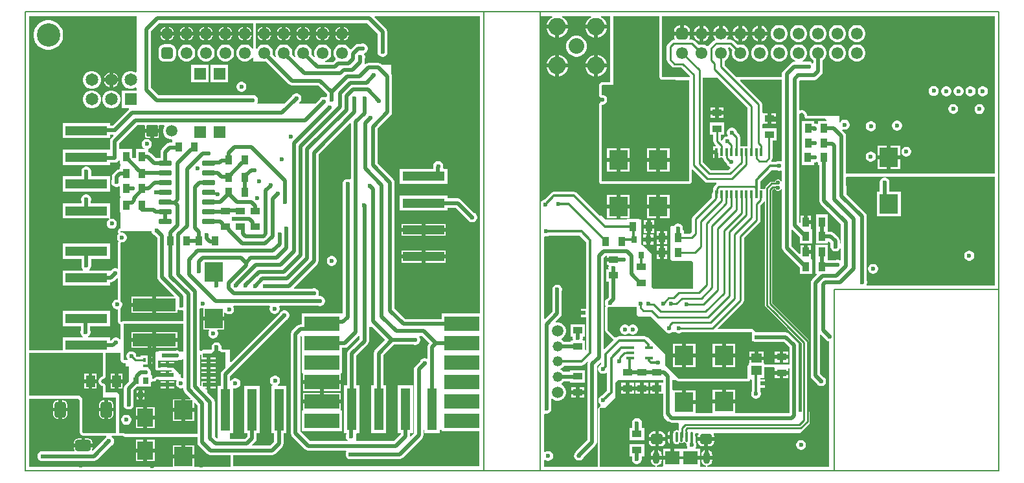
<source format=gbl>
G04*
G04 #@! TF.GenerationSoftware,Altium Limited,Altium Designer,21.2.2 (38)*
G04*
G04 Layer_Physical_Order=2*
G04 Layer_Color=16711680*
%FSLAX44Y44*%
%MOMM*%
G71*
G04*
G04 #@! TF.SameCoordinates,1FAA2A19-5D32-44EB-9D88-0ED73DB0A834*
G04*
G04*
G04 #@! TF.FilePolarity,Positive*
G04*
G01*
G75*
%ADD11R,1.2000X0.9000*%
%ADD12R,5.5118X1.2954*%
%ADD13R,1.2954X5.5118*%
%ADD16R,0.9000X1.2000*%
%ADD28C,0.5000*%
%ADD29C,0.3500*%
%ADD30C,0.2540*%
%ADD31C,0.2000*%
%ADD33R,0.4000X0.6000*%
%ADD43R,2.1500X2.4500*%
%ADD48C,0.2500*%
%ADD49C,0.1930*%
%ADD50R,1.6000X1.6000*%
G04:AMPARAMS|DCode=51|XSize=1.5mm|YSize=1.5mm|CornerRadius=0.0525mm|HoleSize=0mm|Usage=FLASHONLY|Rotation=0.000|XOffset=0mm|YOffset=0mm|HoleType=Round|Shape=RoundedRectangle|*
%AMROUNDEDRECTD51*
21,1,1.5000,1.3950,0,0,0.0*
21,1,1.3950,1.5000,0,0,0.0*
1,1,0.1050,0.6975,-0.6975*
1,1,0.1050,-0.6975,-0.6975*
1,1,0.1050,-0.6975,0.6975*
1,1,0.1050,0.6975,0.6975*
%
%ADD51ROUNDEDRECTD51*%
%ADD52C,1.5000*%
%ADD53C,1.6500*%
%ADD54R,1.6500X1.6500*%
%ADD55C,3.0480*%
%ADD56R,4.5720X1.9812*%
G04:AMPARAMS|DCode=57|XSize=2.1mm|YSize=1.5mm|CornerRadius=0.375mm|HoleSize=0mm|Usage=FLASHONLY|Rotation=180.000|XOffset=0mm|YOffset=0mm|HoleType=Round|Shape=RoundedRectangle|*
%AMROUNDEDRECTD57*
21,1,2.1000,0.7500,0,0,180.0*
21,1,1.3500,1.5000,0,0,180.0*
1,1,0.7500,-0.6750,0.3750*
1,1,0.7500,0.6750,0.3750*
1,1,0.7500,0.6750,-0.3750*
1,1,0.7500,-0.6750,-0.3750*
%
%ADD57ROUNDEDRECTD57*%
G04:AMPARAMS|DCode=58|XSize=2.1mm|YSize=1.5mm|CornerRadius=0.375mm|HoleSize=0mm|Usage=FLASHONLY|Rotation=90.000|XOffset=0mm|YOffset=0mm|HoleType=Round|Shape=RoundedRectangle|*
%AMROUNDEDRECTD58*
21,1,2.1000,0.7500,0,0,90.0*
21,1,1.3500,1.5000,0,0,90.0*
1,1,0.7500,0.3750,0.6750*
1,1,0.7500,0.3750,-0.6750*
1,1,0.7500,-0.3750,-0.6750*
1,1,0.7500,-0.3750,0.6750*
%
%ADD58ROUNDEDRECTD58*%
G04:AMPARAMS|DCode=59|XSize=1.55mm|YSize=1.55mm|CornerRadius=0.3875mm|HoleSize=0mm|Usage=FLASHONLY|Rotation=0.000|XOffset=0mm|YOffset=0mm|HoleType=Round|Shape=RoundedRectangle|*
%AMROUNDEDRECTD59*
21,1,1.5500,0.7750,0,0,0.0*
21,1,0.7750,1.5500,0,0,0.0*
1,1,0.7750,0.3875,-0.3875*
1,1,0.7750,-0.3875,-0.3875*
1,1,0.7750,-0.3875,0.3875*
1,1,0.7750,0.3875,0.3875*
%
%ADD59ROUNDEDRECTD59*%
%ADD60C,1.5500*%
%ADD61C,0.6000*%
%ADD62O,0.9000X1.6000*%
%ADD63C,1.3208*%
%ADD64C,1.4986*%
%ADD65C,2.2860*%
%ADD66C,2.0320*%
G04:AMPARAMS|DCode=87|XSize=0.65mm|YSize=1.65mm|CornerRadius=0.0488mm|HoleSize=0mm|Usage=FLASHONLY|Rotation=270.000|XOffset=0mm|YOffset=0mm|HoleType=Round|Shape=RoundedRectangle|*
%AMROUNDEDRECTD87*
21,1,0.6500,1.5525,0,0,270.0*
21,1,0.5525,1.6500,0,0,270.0*
1,1,0.0975,-0.7763,-0.2763*
1,1,0.0975,-0.7763,0.2763*
1,1,0.0975,0.7763,0.2763*
1,1,0.0975,0.7763,-0.2763*
%
%ADD87ROUNDEDRECTD87*%
%ADD88R,2.4500X2.5500*%
%ADD89R,5.7000X1.8000*%
%ADD90R,1.5500X0.6000*%
%ADD91R,0.7000X0.9000*%
%ADD92R,1.2500X1.6500*%
%ADD93R,1.4000X1.3000*%
%ADD94R,1.9000X1.8000*%
G04:AMPARAMS|DCode=95|XSize=1.6mm|YSize=1.4mm|CornerRadius=0.35mm|HoleSize=0mm|Usage=FLASHONLY|Rotation=180.000|XOffset=0mm|YOffset=0mm|HoleType=Round|Shape=RoundedRectangle|*
%AMROUNDEDRECTD95*
21,1,1.6000,0.7000,0,0,180.0*
21,1,0.9000,1.4000,0,0,180.0*
1,1,0.7000,-0.4500,0.3500*
1,1,0.7000,0.4500,0.3500*
1,1,0.7000,0.4500,-0.3500*
1,1,0.7000,-0.4500,-0.3500*
%
%ADD95ROUNDEDRECTD95*%
%ADD96O,0.4000X1.3500*%
%ADD97R,1.0795X0.3500*%
%ADD98R,0.8000X0.9000*%
%ADD99R,0.4500X1.0500*%
G36*
X764950Y508978D02*
X764051Y508081D01*
X754428Y508108D01*
X754426Y508107D01*
X754423Y508108D01*
X753736Y507972D01*
X753062Y507840D01*
X753060Y507839D01*
X753057Y507838D01*
X752481Y507454D01*
X751902Y507070D01*
X751901Y507068D01*
X751898Y507066D01*
X750999Y506170D01*
X750998Y506167D01*
X750996Y506166D01*
X750609Y505588D01*
X750224Y505013D01*
X750224Y505010D01*
X750222Y505008D01*
X750087Y504327D01*
X749950Y503648D01*
X749951Y503645D01*
X749950Y503643D01*
Y491500D01*
X750222Y490134D01*
X750996Y488977D01*
X752153Y488203D01*
X752239Y488186D01*
Y481814D01*
X752153Y481797D01*
X750996Y481023D01*
X750222Y479866D01*
X749950Y478500D01*
X749950Y378819D01*
X750222Y377453D01*
X750996Y376295D01*
X752153Y375522D01*
X752239Y375505D01*
Y375250D01*
X869699D01*
Y375812D01*
X870423Y376295D01*
X871196Y377453D01*
X871468Y378819D01*
Y393344D01*
X872641Y393830D01*
X888210Y378261D01*
X889788Y377207D01*
X891649Y376837D01*
X891649Y376837D01*
X903565D01*
X903950Y375567D01*
X903460Y375239D01*
X903460Y375239D01*
X900810Y372589D01*
X899756Y371011D01*
X899386Y369150D01*
X899386Y369150D01*
Y365345D01*
X899280Y365239D01*
X898226Y363661D01*
X897856Y361800D01*
X898013Y361010D01*
X897856Y360220D01*
X897856Y360220D01*
Y357584D01*
X873110Y332839D01*
X872056Y331261D01*
X871686Y329400D01*
X871686Y329400D01*
Y312215D01*
X869385Y309914D01*
X861399D01*
Y314550D01*
X860622D01*
X859849Y315558D01*
X859899Y315744D01*
Y317456D01*
X859456Y319109D01*
X858600Y320591D01*
X857390Y321801D01*
X855908Y322657D01*
X854839Y322944D01*
X854255Y323100D01*
X852543D01*
X850890Y322657D01*
X849408Y321801D01*
X848198Y320591D01*
X847712Y319750D01*
X844649D01*
X843349Y318450D01*
Y276350D01*
X845699Y274000D01*
X871199D01*
X873049Y272150D01*
Y238800D01*
X872499Y238250D01*
X820449D01*
X818599Y240100D01*
Y283250D01*
X812699Y289150D01*
Y290350D01*
X811499D01*
X807562Y294287D01*
X808335Y295310D01*
X809356Y295310D01*
X812199D01*
Y299850D01*
X808159D01*
Y296567D01*
X808159Y295486D01*
X807137Y294713D01*
X805449Y296400D01*
Y328550D01*
X802499D01*
Y329050D01*
X786499D01*
Y328550D01*
X758749D01*
X752239Y335060D01*
Y334139D01*
X751066Y333653D01*
X721434Y363285D01*
X719698Y364445D01*
X717649Y364853D01*
X691149D01*
X689101Y364445D01*
X687364Y363285D01*
X678801Y354721D01*
X677440Y354357D01*
X675958Y353501D01*
X675039Y352582D01*
X673828Y352975D01*
X673769Y353019D01*
Y594098D01*
X673770Y594099D01*
X688610D01*
X688951Y592829D01*
X686941Y591669D01*
X684340Y589068D01*
X682501Y585882D01*
X681726Y582990D01*
X695519D01*
X709312D01*
X708537Y585882D01*
X706698Y589068D01*
X704097Y591669D01*
X702088Y592829D01*
X702428Y594099D01*
X739410D01*
X739751Y592829D01*
X737741Y591669D01*
X735140Y589068D01*
X733301Y585882D01*
X732526Y582990D01*
X746319D01*
X760112D01*
X759337Y585882D01*
X757498Y589068D01*
X754897Y591669D01*
X752888Y592829D01*
X753228Y594099D01*
X764950D01*
X764950Y508978D01*
D02*
G37*
G36*
X298196Y552467D02*
X296926Y552127D01*
X296302Y553208D01*
X294208Y555302D01*
X291642Y556783D01*
X288781Y557550D01*
X285819D01*
X282958Y556783D01*
X280392Y555302D01*
X278298Y553208D01*
X276817Y550642D01*
X276050Y547781D01*
Y544819D01*
X276817Y541958D01*
X278298Y539392D01*
X280392Y537298D01*
X282958Y535817D01*
X285819Y535050D01*
X288781D01*
X291642Y535817D01*
X294208Y537298D01*
X296302Y539392D01*
X296926Y540473D01*
X298196Y540132D01*
Y535178D01*
X310741D01*
X311219Y535050D01*
X314181D01*
X314659Y535178D01*
X315170D01*
X344642Y505706D01*
X346627Y504380D01*
X348968Y503914D01*
X383167D01*
X394378Y492703D01*
Y489020D01*
X393108Y488287D01*
X392907Y488403D01*
X391254Y488846D01*
X389542D01*
X387889Y488403D01*
X386407Y487547D01*
X385197Y486337D01*
X384458Y485057D01*
X379207Y479806D01*
X358336D01*
X358172Y480018D01*
X358498Y481672D01*
X358575Y481717D01*
X359785Y482927D01*
X360641Y484409D01*
X361084Y486062D01*
Y487774D01*
X360641Y489427D01*
X359785Y490909D01*
X358575Y492119D01*
X357093Y492975D01*
X355440Y493418D01*
X353728D01*
X352075Y492975D01*
X350593Y492119D01*
X349383Y490909D01*
X348644Y489629D01*
X338820Y479806D01*
X303729D01*
X303141Y481076D01*
X303745Y482123D01*
X304188Y483776D01*
Y485488D01*
X303745Y487141D01*
X302889Y488623D01*
X301679Y489833D01*
X300197Y490689D01*
X298544Y491132D01*
X296832D01*
X295405Y490750D01*
X174492D01*
X164613Y500628D01*
Y574554D01*
X175508Y585448D01*
X298196D01*
Y552467D01*
D02*
G37*
G36*
X594360Y205430D02*
X544538D01*
Y198118D01*
X497096D01*
X483130Y212084D01*
Y376936D01*
X482664Y379277D01*
X481338Y381262D01*
X460523Y402076D01*
Y447173D01*
X477782Y464431D01*
X479108Y466416D01*
X479574Y468757D01*
Y515665D01*
X479108Y518006D01*
X478237Y519310D01*
X478227Y531114D01*
X466659D01*
X466143Y531630D01*
X464158Y532956D01*
X461817Y533422D01*
X448460D01*
X446118Y532956D01*
X444908Y532147D01*
X443765Y532910D01*
X444013Y534162D01*
Y538737D01*
X444396Y540164D01*
Y541876D01*
X443953Y543529D01*
X443272Y544708D01*
X443594Y546109D01*
X443707Y546139D01*
X445189Y546995D01*
X446399Y548205D01*
X447255Y549687D01*
X447698Y551340D01*
Y553052D01*
X447255Y554705D01*
X446399Y556187D01*
X445189Y557397D01*
X443707Y558253D01*
X442054Y558696D01*
X440342D01*
X438915Y558313D01*
X435356D01*
X433015Y557848D01*
X431030Y556522D01*
X425848Y551339D01*
X424260Y551548D01*
X423302Y553208D01*
X421208Y555302D01*
X418642Y556783D01*
X415781Y557550D01*
X412819D01*
X409958Y556783D01*
X407392Y555302D01*
X405298Y553208D01*
X403817Y550642D01*
X403050Y547781D01*
Y544819D01*
X403817Y541958D01*
X405298Y539392D01*
X406047Y538643D01*
X405923Y537379D01*
X405170Y536876D01*
X402596Y534301D01*
X392495D01*
X392328Y535572D01*
X393242Y535817D01*
X395808Y537298D01*
X397902Y539392D01*
X399383Y541958D01*
X400150Y544819D01*
Y547781D01*
X399383Y550642D01*
X397902Y553208D01*
X395808Y555302D01*
X393242Y556783D01*
X390381Y557550D01*
X387419D01*
X384558Y556783D01*
X381992Y555302D01*
X379898Y553208D01*
X378417Y550642D01*
X377650Y547781D01*
Y544819D01*
X378417Y541958D01*
X378590Y541658D01*
X377574Y540878D01*
X374514Y543938D01*
X374750Y544819D01*
Y547781D01*
X373983Y550642D01*
X372502Y553208D01*
X370408Y555302D01*
X367842Y556783D01*
X364981Y557550D01*
X362019D01*
X359158Y556783D01*
X356592Y555302D01*
X354498Y553208D01*
X353017Y550642D01*
X352250Y547781D01*
Y544819D01*
X353017Y541958D01*
X353190Y541658D01*
X352174Y540878D01*
X349114Y543938D01*
X349350Y544819D01*
Y547781D01*
X348583Y550642D01*
X347102Y553208D01*
X345008Y555302D01*
X342442Y556783D01*
X339581Y557550D01*
X336619D01*
X333758Y556783D01*
X331192Y555302D01*
X329098Y553208D01*
X327617Y550642D01*
X326850Y547781D01*
Y544819D01*
X327617Y541958D01*
X327790Y541658D01*
X326773Y540878D01*
X323714Y543938D01*
X323950Y544819D01*
Y547781D01*
X323183Y550642D01*
X321702Y553208D01*
X319608Y555302D01*
X317042Y556783D01*
X314181Y557550D01*
X311219D01*
X308358Y556783D01*
X305792Y555302D01*
X303698Y553208D01*
X303022Y552037D01*
X301752Y552378D01*
Y552404D01*
X301765Y552467D01*
Y585448D01*
X447046D01*
X460989Y571506D01*
Y549907D01*
X460606Y548480D01*
Y546768D01*
X461049Y545115D01*
X461905Y543633D01*
X463115Y542423D01*
X464597Y541567D01*
X466250Y541124D01*
X467962D01*
X469615Y541567D01*
X471097Y542423D01*
X472307Y543633D01*
X473163Y545115D01*
X473606Y546768D01*
Y548480D01*
X473223Y549907D01*
Y574040D01*
X472758Y576381D01*
X471432Y578366D01*
X456611Y593187D01*
X457097Y594360D01*
X594360D01*
X594360Y205430D01*
D02*
G37*
G36*
X145542Y521683D02*
X144272Y520950D01*
X142457Y521997D01*
X139469Y522798D01*
X136375D01*
X133387Y521997D01*
X130707Y520450D01*
X128520Y518263D01*
X126973Y515583D01*
X126172Y512595D01*
Y509501D01*
X126973Y506513D01*
X128520Y503833D01*
X130707Y501646D01*
X133387Y500099D01*
X136375Y499298D01*
X139469D01*
X142457Y500099D01*
X144272Y501147D01*
X145542Y500413D01*
Y497398D01*
X126172D01*
Y473898D01*
X135259D01*
X135644Y472628D01*
X135374Y472448D01*
X114560Y451633D01*
X111069D01*
Y454881D01*
X48951D01*
Y434927D01*
X111069D01*
Y439398D01*
X114463D01*
X114585Y439328D01*
X115062Y439200D01*
X115442Y437783D01*
X112768Y435110D01*
X111442Y433125D01*
X110976Y430784D01*
Y419881D01*
X48951D01*
Y399927D01*
X111069D01*
Y403268D01*
X115045D01*
X116238Y402948D01*
X117950D01*
X119603Y403391D01*
X121085Y404247D01*
X122295Y405457D01*
X122638Y406050D01*
X123908Y405710D01*
Y401472D01*
X124714D01*
Y397866D01*
X123908D01*
Y394483D01*
X123444D01*
X121103Y394018D01*
X119118Y392692D01*
X114992Y388565D01*
X113665Y386580D01*
X113200Y384239D01*
Y380179D01*
X113069Y379953D01*
X112626Y378300D01*
Y376588D01*
X113069Y374935D01*
X113925Y373453D01*
X115135Y372243D01*
X116617Y371387D01*
X118270Y370944D01*
X119982D01*
X121635Y371387D01*
X122638Y371966D01*
X123908Y371346D01*
Y359308D01*
X124714D01*
Y356718D01*
X123908D01*
Y337718D01*
X124714D01*
Y316954D01*
X123602Y316733D01*
X122445Y315959D01*
X121671Y314802D01*
X121399Y313436D01*
Y312067D01*
X121445Y311836D01*
X121430Y311601D01*
X121580Y311159D01*
X121671Y310701D01*
X121802Y310505D01*
X121878Y310282D01*
X122182Y309936D01*
X121291Y309045D01*
X120435Y307563D01*
X119992Y305910D01*
Y304198D01*
X120435Y302545D01*
X121291Y301063D01*
X122182Y300172D01*
X121878Y299825D01*
X121802Y299603D01*
X121671Y299407D01*
X121580Y298949D01*
X121430Y298507D01*
X121445Y298272D01*
X121399Y298041D01*
Y265060D01*
X120129Y264438D01*
X118712Y264818D01*
X117000D01*
X115347Y264375D01*
X113865Y263519D01*
X112655Y262309D01*
X112365Y261807D01*
X111095Y261945D01*
Y261945D01*
X84653D01*
X84362Y262425D01*
X84193Y263215D01*
X85211Y264233D01*
X86067Y265715D01*
X86510Y267368D01*
Y269080D01*
X86128Y270507D01*
Y276991D01*
X111095D01*
Y296945D01*
X48977D01*
Y276991D01*
X73892D01*
Y270507D01*
X73510Y269080D01*
Y267368D01*
X73953Y265715D01*
X74809Y264233D01*
X75827Y263215D01*
X75658Y262425D01*
X75367Y261945D01*
X48977D01*
Y241991D01*
X111095D01*
Y246474D01*
X112130D01*
X114471Y246940D01*
X116456Y248266D01*
X120129Y251940D01*
X121399Y251414D01*
Y224037D01*
X121252Y223924D01*
X119540D01*
X117887Y223481D01*
X116405Y222625D01*
X115195Y221415D01*
X114339Y219933D01*
X113896Y218280D01*
Y216568D01*
X114339Y214915D01*
X115195Y213433D01*
X116405Y212223D01*
X117887Y211367D01*
X119540Y210924D01*
X121252D01*
X121399Y210811D01*
Y195261D01*
X121454Y194989D01*
X121442Y194712D01*
X121588Y194312D01*
X121671Y193895D01*
X121825Y193665D01*
X121920Y193405D01*
X122208Y193091D01*
X122445Y192737D01*
X122675Y192583D01*
X122862Y192379D01*
X123204Y192129D01*
X123698Y191900D01*
X124171Y191629D01*
X124714Y191446D01*
Y172786D01*
X123444Y172260D01*
X122609Y173095D01*
X121127Y173951D01*
X119474Y174394D01*
X117762D01*
X116109Y173951D01*
X114627Y173095D01*
X113417Y171885D01*
X112678Y170605D01*
X112339Y170266D01*
X111069Y170477D01*
Y174113D01*
X82188D01*
X82058Y174300D01*
X82437Y175985D01*
X82731Y176155D01*
X83941Y177365D01*
X84797Y178847D01*
X85240Y180500D01*
Y182212D01*
X84858Y183639D01*
Y189159D01*
X111069D01*
Y209113D01*
X48951D01*
Y189159D01*
X72622D01*
Y183639D01*
X72240Y182212D01*
Y180500D01*
X72683Y178847D01*
X73539Y177365D01*
X74749Y176155D01*
X75043Y175985D01*
X75422Y174300D01*
X75292Y174113D01*
X48951D01*
Y157746D01*
X6246D01*
X5349Y158645D01*
X5601Y594360D01*
X145542D01*
Y521683D01*
D02*
G37*
G36*
X829181Y514750D02*
X829452Y513384D01*
X830226Y512227D01*
X831384Y511453D01*
X832599Y511211D01*
Y511018D01*
X867899Y510919D01*
X867899Y378819D01*
X753519D01*
X753519Y478500D01*
X755005D01*
X756658Y478943D01*
X758140Y479799D01*
X759350Y481009D01*
X760206Y482491D01*
X760649Y484144D01*
Y485856D01*
X760206Y487509D01*
X759350Y488991D01*
X758140Y490201D01*
X756658Y491057D01*
X755005Y491500D01*
X753519D01*
Y503643D01*
X754418Y504539D01*
X768519Y504500D01*
X768519Y594099D01*
X829181Y594099D01*
X829181Y514750D01*
D02*
G37*
G36*
X1016542Y467793D02*
X1017210Y467407D01*
X1017756Y466861D01*
X1018142Y466192D01*
X1018341Y465447D01*
Y464300D01*
X1018613Y462934D01*
X1019387Y461777D01*
X1020544Y461003D01*
X1021910Y460731D01*
X1045418D01*
X1047676Y458473D01*
X1047190Y457300D01*
X1036349D01*
Y454005D01*
X1035079Y453272D01*
X1034758Y453457D01*
X1033105Y453900D01*
X1031393D01*
X1031349Y453934D01*
Y457300D01*
X1015349D01*
Y438300D01*
X1015349D01*
X1015449Y438150D01*
Y419150D01*
X1015249Y419000D01*
X1015249D01*
Y400000D01*
X1031249D01*
Y402978D01*
X1031343Y403050D01*
X1033055D01*
X1034708Y403493D01*
X1034979Y403649D01*
X1036249Y402916D01*
Y400000D01*
X1038132D01*
Y353300D01*
X1038597Y350959D01*
X1039923Y348974D01*
X1066507Y322391D01*
Y297686D01*
X1065237Y297077D01*
X1065134Y297160D01*
Y300233D01*
X1064669Y302574D01*
X1063342Y304558D01*
X1057175Y310726D01*
X1055190Y312052D01*
X1052849Y312518D01*
X1049499D01*
Y315900D01*
X1049499D01*
Y315950D01*
X1049499D01*
Y334950D01*
X1033499D01*
Y315950D01*
X1033499D01*
Y315900D01*
X1033499D01*
Y296900D01*
X1049499D01*
Y299302D01*
X1050769Y299828D01*
X1052899Y297699D01*
Y294948D01*
X1052708Y294235D01*
Y292524D01*
X1053151Y290870D01*
X1054007Y289388D01*
X1055217Y288178D01*
X1056699Y287322D01*
X1058352Y286879D01*
X1060064D01*
X1061717Y287322D01*
X1063199Y288178D01*
X1064409Y289388D01*
X1065265Y290870D01*
X1066507Y290598D01*
Y275533D01*
X1065237Y274838D01*
X1064337Y275357D01*
X1062684Y275800D01*
X1060973D01*
X1059320Y275357D01*
X1059093Y275226D01*
X1049449D01*
Y276450D01*
X1049349Y276500D01*
Y295500D01*
X1033349D01*
Y276500D01*
X1033449Y276450D01*
Y257450D01*
X1034688D01*
X1035174Y256277D01*
X1028723Y249826D01*
X1027397Y247841D01*
X1026932Y245500D01*
Y124500D01*
X1027397Y122159D01*
X1028723Y120174D01*
X1034559Y114339D01*
X1035298Y113059D01*
X1036508Y111849D01*
X1037990Y110993D01*
X1039643Y110550D01*
X1041355D01*
X1043008Y110993D01*
X1044490Y111849D01*
X1045700Y113059D01*
X1046556Y114541D01*
X1046999Y116194D01*
Y117906D01*
X1046556Y119559D01*
X1045700Y121041D01*
X1044490Y122251D01*
X1043211Y122990D01*
X1039167Y127034D01*
Y177672D01*
X1040340Y178158D01*
X1045709Y172789D01*
X1046448Y171509D01*
X1047658Y170299D01*
X1049140Y169443D01*
X1050499Y169079D01*
Y77350D01*
Y5400D01*
X892049D01*
X891966Y6670D01*
X892887Y6791D01*
X894600Y7501D01*
X896070Y8629D01*
X897199Y10100D01*
X897908Y11812D01*
X898150Y13650D01*
Y14650D01*
X891049D01*
X883948D01*
Y13650D01*
X884190Y11812D01*
X884900Y10100D01*
X886028Y8629D01*
X887499Y7501D01*
X889211Y6791D01*
X890132Y6670D01*
X890049Y5400D01*
X883272D01*
X882089Y5610D01*
Y14650D01*
X870049D01*
Y19650D01*
X882089D01*
Y28690D01*
X876770D01*
X876388Y29960D01*
X877156Y31291D01*
X877599Y32944D01*
Y34656D01*
X877156Y36309D01*
X876402Y37615D01*
Y43900D01*
X875994Y45948D01*
X875637Y46483D01*
Y48650D01*
X876224Y49365D01*
X879754D01*
X880353Y48245D01*
X879860Y47507D01*
X879391Y45150D01*
Y44150D01*
X900707D01*
Y45150D01*
X900239Y47507D01*
X899746Y48245D01*
X900344Y49365D01*
X1012964D01*
X1025749Y62150D01*
Y77350D01*
X1024783D01*
Y169664D01*
X1024609Y170542D01*
X1024111Y171286D01*
X1007693Y187704D01*
X1007693Y187704D01*
X986023Y209374D01*
X986023Y209374D01*
X976393Y219004D01*
Y366719D01*
X978499Y368826D01*
X979598D01*
X980206Y368420D01*
X980603Y368341D01*
X980908Y367604D01*
X982033Y366479D01*
X983503Y365870D01*
X985095D01*
X986565Y366479D01*
X987690Y367604D01*
X988112Y368621D01*
X989382Y368369D01*
Y291550D01*
X989847Y289209D01*
X991173Y287224D01*
X1012449Y265949D01*
Y257450D01*
X1028449D01*
Y276450D01*
X1028017D01*
X1027389Y277460D01*
Y283500D01*
X1020349D01*
Y286000D01*
X1017849D01*
Y294540D01*
X1013309D01*
Y284051D01*
X1012136Y283565D01*
X1001617Y294084D01*
Y314972D01*
X1002790Y315458D01*
X1012499Y305749D01*
Y296900D01*
X1028499D01*
Y315900D01*
X1028167D01*
X1027539Y316910D01*
Y322950D01*
X1020499D01*
Y325450D01*
X1017999D01*
Y333990D01*
X1013459D01*
Y324725D01*
X1012189Y324089D01*
X1011767Y324405D01*
Y466573D01*
X1011869Y466767D01*
X1012571Y467616D01*
X1013042Y467647D01*
X1013513Y467617D01*
X1013730Y467692D01*
X1013960Y467707D01*
X1015024Y467992D01*
X1015796D01*
X1016542Y467793D01*
D02*
G37*
G36*
X182214Y450574D02*
X181012Y448492D01*
X180262Y445694D01*
Y442798D01*
X181012Y440000D01*
X182460Y437492D01*
X184508Y435444D01*
X187016Y433996D01*
X189814Y433246D01*
X191354D01*
X192488Y432918D01*
Y429027D01*
X188976D01*
X186635Y428562D01*
X184650Y427236D01*
X178498Y421084D01*
X177172Y419099D01*
X176707Y416758D01*
Y409370D01*
X176500Y409164D01*
X175061D01*
X173935Y408940D01*
X170958D01*
X164600Y415298D01*
X162615Y416624D01*
X160908Y416963D01*
X160908Y420171D01*
X161335Y420894D01*
X161810Y421362D01*
X162992Y422044D01*
X164202Y423254D01*
X165058Y424736D01*
X165501Y426390D01*
Y428101D01*
X165058Y429754D01*
X164202Y431236D01*
X162992Y432447D01*
X161510Y433302D01*
X159857Y433745D01*
X158145D01*
X156492Y433302D01*
X155010Y432447D01*
X153799Y431236D01*
X152944Y429754D01*
X152501Y428101D01*
Y426390D01*
X152944Y424736D01*
X153799Y423254D01*
X155010Y422044D01*
X155533Y421742D01*
X155193Y420472D01*
X144908D01*
Y408940D01*
X141091D01*
X139908Y410123D01*
Y420472D01*
X123908D01*
X123211Y421454D01*
Y428250D01*
X146806Y451844D01*
X156311D01*
X156822Y451221D01*
Y446746D01*
X174902D01*
Y451221D01*
X175413Y451844D01*
X181633D01*
X182214Y450574D01*
D02*
G37*
G36*
X1267949Y388380D02*
X1073167D01*
Y437650D01*
X1072701Y439991D01*
X1071375Y441976D01*
X1067806Y445545D01*
X1068586Y446561D01*
X1068790Y446443D01*
X1070443Y446000D01*
X1072155D01*
X1073808Y446443D01*
X1075290Y447299D01*
X1076500Y448509D01*
X1077356Y449991D01*
X1077799Y451644D01*
Y453356D01*
X1077356Y455009D01*
X1076500Y456491D01*
X1075290Y457701D01*
X1073808Y458557D01*
X1072155Y459000D01*
X1070443D01*
X1068790Y458557D01*
X1067308Y457701D01*
X1066098Y456491D01*
X1065519Y455489D01*
X1064249Y455829D01*
Y464300D01*
X1021910D01*
Y465917D01*
X1021467Y467570D01*
X1020611Y469052D01*
X1019401Y470262D01*
X1017919Y471118D01*
X1016266Y471561D01*
X1014554D01*
X1013037Y471154D01*
X1012542Y471285D01*
X1011767Y471733D01*
Y510116D01*
X1012533Y510882D01*
X1031199D01*
X1033540Y511348D01*
X1035525Y512674D01*
X1040875Y518024D01*
X1042201Y520009D01*
X1042667Y522350D01*
Y536842D01*
X1043457Y537298D01*
X1045551Y539392D01*
X1047032Y541958D01*
X1047799Y544819D01*
Y547781D01*
X1047032Y550642D01*
X1045551Y553208D01*
X1043457Y555302D01*
X1040891Y556783D01*
X1038030Y557550D01*
X1035068D01*
X1032207Y556783D01*
X1029641Y555302D01*
X1027547Y553208D01*
X1026066Y550642D01*
X1025299Y547781D01*
Y544819D01*
X1026066Y541958D01*
X1027547Y539392D01*
X1029641Y537298D01*
X1030432Y536842D01*
Y533459D01*
X1029162Y532980D01*
X1028290Y533851D01*
X1026808Y534707D01*
X1025155Y535150D01*
X1023443D01*
X1022016Y534767D01*
X1016214D01*
X1015874Y536037D01*
X1018057Y537298D01*
X1020151Y539392D01*
X1021632Y541958D01*
X1022399Y544819D01*
Y547781D01*
X1021632Y550642D01*
X1020151Y553208D01*
X1018057Y555302D01*
X1015491Y556783D01*
X1012630Y557550D01*
X1009668D01*
X1006807Y556783D01*
X1004241Y555302D01*
X1002147Y553208D01*
X1000666Y550642D01*
X999899Y547781D01*
Y544819D01*
X1000666Y541958D01*
X1002147Y539392D01*
X1004241Y537298D01*
X1006424Y536037D01*
X1006084Y534767D01*
X1004849D01*
X1002508Y534302D01*
X1000523Y532976D01*
X991173Y523626D01*
X989847Y521641D01*
X989382Y519300D01*
Y514750D01*
X929727D01*
X914413Y530065D01*
Y536118D01*
X916457Y537298D01*
X918551Y539392D01*
X920032Y541958D01*
X920799Y544819D01*
Y547781D01*
X920032Y550642D01*
X918996Y552438D01*
X919590Y553600D01*
X920660Y553711D01*
X924310Y550061D01*
X923699Y547781D01*
Y544819D01*
X924466Y541958D01*
X925947Y539392D01*
X928042Y537298D01*
X930607Y535817D01*
X933468Y535050D01*
X936430D01*
X939292Y535817D01*
X941857Y537298D01*
X943951Y539392D01*
X945432Y541958D01*
X946199Y544819D01*
Y547781D01*
X945432Y550642D01*
X943951Y553208D01*
X941857Y555302D01*
X939292Y556783D01*
X936430Y557550D01*
X933468D01*
X931188Y556939D01*
X925868Y562259D01*
X924290Y563313D01*
X922429Y563684D01*
X922429Y563683D01*
X917744D01*
X917258Y564857D01*
X917783Y565382D01*
X919138Y567728D01*
X919532Y569200D01*
X899566D01*
X899960Y567728D01*
X901315Y565382D01*
X902087Y564610D01*
X901718Y563395D01*
X901308Y563313D01*
X899730Y562259D01*
X899730Y562259D01*
X893460Y555989D01*
X892942Y555213D01*
X891332Y555027D01*
X891057Y555302D01*
X888492Y556783D01*
X885630Y557550D01*
X882668D01*
X880388Y556939D01*
X875068Y562259D01*
X873490Y563313D01*
X871629Y563684D01*
X871629Y563683D01*
X868919D01*
X868320Y564804D01*
X868667Y565322D01*
X869165Y567825D01*
Y569200D01*
X848334D01*
Y567825D01*
X848831Y565322D01*
X849178Y564804D01*
X848579Y563683D01*
X847769D01*
X847769Y563684D01*
X845908Y563313D01*
X844330Y562259D01*
X844330Y562259D01*
X839910Y557839D01*
X838856Y556261D01*
X838486Y554400D01*
X838486Y554400D01*
Y537450D01*
X838486Y537450D01*
X838856Y535589D01*
X839910Y534011D01*
X845210Y528711D01*
X845210Y528711D01*
X846788Y527657D01*
X848649Y527286D01*
X848649Y527287D01*
X857835D01*
X869101Y516020D01*
X869052Y514750D01*
X832749D01*
X832749Y594150D01*
X1267949Y594150D01*
Y388380D01*
D02*
G37*
G36*
X944336Y474585D02*
Y423950D01*
X934563D01*
Y436450D01*
X934563Y436450D01*
X934192Y438311D01*
X933138Y439889D01*
X933138Y439889D01*
X930399Y442628D01*
Y443106D01*
X929956Y444759D01*
X929100Y446241D01*
X927890Y447451D01*
X926408Y448307D01*
X924755Y448750D01*
X923043D01*
X921390Y448307D01*
X919908Y447451D01*
X918698Y446241D01*
X917842Y444759D01*
X917399Y443106D01*
Y441394D01*
X917842Y439741D01*
X918576Y438470D01*
X918326Y437725D01*
X917961Y437200D01*
X917043D01*
X915390Y436757D01*
X913908Y435901D01*
X912698Y434691D01*
X911842Y433209D01*
X911636Y432438D01*
X910219Y432058D01*
X909213Y433064D01*
Y439300D01*
X913849D01*
Y455300D01*
X894849D01*
Y439300D01*
X899486D01*
Y431050D01*
X899486Y431050D01*
X899856Y429189D01*
X900910Y427611D01*
X902858Y425663D01*
X902372Y424490D01*
X898909D01*
Y419200D01*
X903699D01*
Y416700D01*
X905335D01*
X905705Y414839D01*
X905948Y414475D01*
Y409450D01*
X906199D01*
Y408910D01*
X908489D01*
Y409450D01*
X910893D01*
X912125Y409182D01*
X912496Y407321D01*
X913550Y405743D01*
X916499Y402794D01*
Y402744D01*
X916942Y401091D01*
X917798Y399609D01*
X919008Y398399D01*
X920490Y397543D01*
X921380Y397305D01*
X921759Y395888D01*
X919085Y393213D01*
X896464D01*
X885963Y403714D01*
Y514100D01*
X904821D01*
X944336Y474585D01*
D02*
G37*
G36*
X989382Y405165D02*
X988112Y404432D01*
X987808Y404607D01*
X986155Y405050D01*
X984443D01*
X982790Y404607D01*
X981571Y403903D01*
X975939D01*
X975453Y405076D01*
X975663Y405286D01*
X975663Y405286D01*
X976717Y406864D01*
X977088Y408725D01*
X977088Y408725D01*
Y431700D01*
X982199D01*
Y447700D01*
X963363D01*
Y452720D01*
X964159Y453660D01*
X964633Y453660D01*
X970199D01*
Y460700D01*
Y467740D01*
X964633D01*
X964159Y467740D01*
X963363Y468680D01*
Y479100D01*
X963363Y479100D01*
X962992Y480961D01*
X961938Y482539D01*
X961938Y482539D01*
X934469Y510008D01*
X934955Y511181D01*
X989382D01*
Y405165D01*
D02*
G37*
G36*
X425682Y453980D02*
Y381995D01*
X424373Y380685D01*
X423895Y380961D01*
X422242Y381404D01*
X420530D01*
X418877Y380961D01*
X417625Y380238D01*
X416814D01*
Y379524D01*
X416185Y378895D01*
X415329Y377413D01*
X414886Y375760D01*
Y374048D01*
X415269Y372621D01*
Y205574D01*
X414058Y205430D01*
Y205430D01*
X361338D01*
Y191320D01*
X359701D01*
X357360Y190855D01*
X355375Y189529D01*
X349242Y183396D01*
X347916Y181411D01*
X347450Y179070D01*
Y48768D01*
X347916Y46427D01*
X349242Y44443D01*
X365499Y28186D01*
X367483Y26860D01*
X369824Y26395D01*
X419381D01*
X419985Y25124D01*
X419393Y24099D01*
X418950Y22446D01*
Y20734D01*
X419393Y19081D01*
X420249Y17599D01*
X421459Y16389D01*
X422941Y15533D01*
X424594Y15090D01*
X426306D01*
X427733Y15473D01*
X489712D01*
X492053Y15938D01*
X494038Y17264D01*
X518930Y42156D01*
X520256Y44141D01*
X520722Y46482D01*
Y53340D01*
X522049D01*
Y49541D01*
X542003D01*
Y53340D01*
X544538D01*
Y51618D01*
X593852D01*
Y5588D01*
X271793Y5588D01*
Y20552D01*
X322834D01*
X325175Y21018D01*
X327160Y22344D01*
X336050Y31234D01*
X337376Y33219D01*
X337841Y35560D01*
Y48951D01*
X341649D01*
Y111069D01*
X330429D01*
X330088Y112339D01*
X330635Y112655D01*
X331845Y113865D01*
X332701Y115347D01*
X333144Y117000D01*
Y118712D01*
X332701Y120365D01*
X331845Y121847D01*
X330635Y123057D01*
X329153Y123913D01*
X327500Y124356D01*
X325788D01*
X324135Y123913D01*
X322653Y123057D01*
X321443Y121847D01*
X320587Y120365D01*
X320144Y118712D01*
Y117000D01*
X320587Y115347D01*
X321443Y113865D01*
X322653Y112655D01*
X323200Y112339D01*
X322859Y111069D01*
X321695D01*
Y48951D01*
X325606D01*
Y38094D01*
X320300Y32787D01*
X297352D01*
X296866Y33961D01*
X300872Y37966D01*
X302198Y39951D01*
X302663Y42292D01*
Y48951D01*
X306649D01*
Y111069D01*
X286695D01*
Y48951D01*
X290428D01*
Y44826D01*
X287280Y41677D01*
X267970D01*
X267970Y48951D01*
X271649D01*
Y107278D01*
X272919Y108082D01*
X273972Y107800D01*
X275684D01*
X277337Y108243D01*
X278819Y109099D01*
X280029Y110309D01*
X280885Y111791D01*
X281328Y113444D01*
Y115156D01*
X280885Y116809D01*
X280029Y118291D01*
X278819Y119501D01*
X277337Y120357D01*
X275684Y120800D01*
X273972D01*
X272319Y120357D01*
X270837Y119501D01*
X269627Y118291D01*
X269240Y117621D01*
X267970Y117962D01*
X267970Y123682D01*
X341801Y197514D01*
X343081Y198253D01*
X344291Y199463D01*
X345147Y200945D01*
X345590Y202598D01*
Y204310D01*
X345147Y205963D01*
X344291Y207445D01*
X343081Y208655D01*
X341599Y209511D01*
X339946Y209954D01*
X338234D01*
X336581Y209511D01*
X335099Y208655D01*
X333889Y207445D01*
X333150Y206165D01*
X269143Y142159D01*
X267970Y142645D01*
Y158500D01*
X257366D01*
X257342Y158511D01*
X256456Y159770D01*
X256690Y160644D01*
Y162356D01*
X256247Y164009D01*
X255391Y165491D01*
X254181Y166701D01*
X252699Y167557D01*
X251046Y168000D01*
X249334D01*
X247681Y167557D01*
X246199Y166701D01*
X244989Y165491D01*
X244133Y164009D01*
X243690Y162356D01*
Y160644D01*
X243881Y159931D01*
Y158500D01*
X232500D01*
X231050Y157050D01*
X228750D01*
X228113Y158056D01*
Y162814D01*
Y212056D01*
X229384Y212789D01*
X229647Y212637D01*
X231300Y212194D01*
X232750D01*
Y201750D01*
X260250D01*
Y206367D01*
X260374Y206456D01*
X261520Y206808D01*
X262455Y205873D01*
X263937Y205017D01*
X265590Y204574D01*
X267302D01*
X268955Y205017D01*
X270437Y205873D01*
X271647Y207083D01*
X272503Y208565D01*
X272946Y210218D01*
Y211930D01*
X272503Y213583D01*
X271911Y214608D01*
X272515Y215879D01*
X319498D01*
X320231Y214608D01*
X320079Y214345D01*
X319636Y212692D01*
Y210980D01*
X320079Y209327D01*
X320935Y207845D01*
X322145Y206635D01*
X323627Y205779D01*
X325280Y205336D01*
X326992D01*
X328645Y205779D01*
X330127Y206635D01*
X331337Y207845D01*
X332193Y209327D01*
X332636Y210980D01*
Y212692D01*
X332193Y214345D01*
X332041Y214608D01*
X332774Y215879D01*
X383289D01*
X384716Y215496D01*
X386428D01*
X388081Y215939D01*
X389563Y216795D01*
X390773Y218005D01*
X391629Y219487D01*
X392072Y221140D01*
Y222852D01*
X391629Y224505D01*
X390773Y225987D01*
X389563Y227197D01*
X388081Y228053D01*
X386428Y228496D01*
X384716D01*
X384401Y228412D01*
X383725Y229149D01*
X383528Y229492D01*
X383944Y231046D01*
Y232758D01*
X383501Y234411D01*
X382645Y235893D01*
X381435Y237103D01*
X379953Y237959D01*
X378300Y238402D01*
X376588D01*
X375161Y238020D01*
X351708D01*
X351222Y239193D01*
X381752Y269722D01*
X383078Y271707D01*
X383544Y274048D01*
Y413500D01*
X424509Y454466D01*
X425682Y453980D01*
D02*
G37*
G36*
X982790Y392493D02*
X984443Y392050D01*
X986155D01*
X987808Y392493D01*
X988112Y392668D01*
X989382Y391935D01*
Y378371D01*
X988112Y378118D01*
X987690Y379136D01*
X986565Y380261D01*
X985095Y380870D01*
X983503D01*
X982033Y380261D01*
X980908Y379136D01*
X980603Y378399D01*
X980206Y378320D01*
X979598Y377914D01*
X975685D01*
X974807Y377739D01*
X974063Y377242D01*
X967977Y371156D01*
X967480Y370411D01*
X967305Y369534D01*
Y369366D01*
X966449Y368450D01*
X961052D01*
Y378333D01*
X975916Y393197D01*
X981571D01*
X982790Y392493D01*
D02*
G37*
G36*
X733346Y299083D02*
Y212500D01*
X733099D01*
Y212040D01*
X726559D01*
Y209000D01*
X731099D01*
Y204000D01*
X726559D01*
Y200960D01*
X733099D01*
Y200500D01*
X733346D01*
Y157846D01*
X733269Y157794D01*
X731999Y158473D01*
Y170400D01*
X729263D01*
X728594Y171670D01*
X728949Y172994D01*
Y174706D01*
X729482Y175400D01*
X731999D01*
Y191400D01*
X712999D01*
Y175400D01*
X715416D01*
X715949Y174706D01*
Y172994D01*
X716304Y171670D01*
X715635Y170400D01*
X712999D01*
Y168743D01*
X704164D01*
X703984Y169054D01*
X702103Y170935D01*
X700946Y171604D01*
Y173070D01*
X702649Y174053D01*
X704696Y176100D01*
X706143Y178607D01*
X706892Y181403D01*
Y184297D01*
X706143Y187093D01*
X704696Y189600D01*
X702649Y191647D01*
X700142Y193094D01*
X697346Y193843D01*
X694452D01*
X693957Y193710D01*
X693300Y194849D01*
X699775Y201324D01*
X701101Y203309D01*
X701567Y205650D01*
Y234517D01*
X701949Y235944D01*
Y237656D01*
X701506Y239309D01*
X700650Y240791D01*
X699440Y242001D01*
X697958Y242857D01*
X696305Y243300D01*
X694593D01*
X692940Y242857D01*
X691458Y242001D01*
X690248Y240791D01*
X689392Y239309D01*
X688949Y237656D01*
Y235944D01*
X689332Y234517D01*
Y208184D01*
X679672Y198525D01*
X678499Y199011D01*
Y305857D01*
X679507Y306630D01*
X679993Y306500D01*
X681705D01*
X683358Y306943D01*
X684491Y307597D01*
X724832D01*
X733346Y299083D01*
D02*
G37*
G36*
X1267919Y242250D02*
X1267911Y242230D01*
X1100029D01*
X1099999Y242242D01*
Y244202D01*
X1100399Y245694D01*
Y247406D01*
X1100017Y248833D01*
Y332400D01*
X1099551Y334741D01*
X1098225Y336726D01*
X1073412Y361539D01*
X1073265Y383910D01*
X1074160Y384811D01*
X1267919D01*
Y242250D01*
D02*
G37*
G36*
X165204Y313342D02*
X165647Y311689D01*
X166503Y310207D01*
X167713Y308997D01*
X168993Y308258D01*
X172444Y304806D01*
Y253423D01*
X172910Y251082D01*
X174236Y249097D01*
X194660Y228673D01*
X194174Y227500D01*
X171500D01*
Y217000D01*
Y206500D01*
X199000D01*
Y210340D01*
X200270Y210802D01*
X201491Y210097D01*
X203144Y209654D01*
X204855D01*
X205718Y209885D01*
X206989Y208986D01*
Y195569D01*
X128500Y195569D01*
X127134Y195297D01*
X126238Y194698D01*
X125310Y195011D01*
X124968Y195261D01*
Y212804D01*
X125597Y213433D01*
X126453Y214915D01*
X126896Y216568D01*
Y218280D01*
X126453Y219933D01*
X125597Y221415D01*
X124968Y222044D01*
Y298041D01*
X125636Y298554D01*
X127348D01*
X129001Y298997D01*
X130483Y299853D01*
X131693Y301063D01*
X132549Y302545D01*
X132992Y304198D01*
Y305910D01*
X132549Y307563D01*
X131693Y309045D01*
X130483Y310255D01*
X129001Y311111D01*
X127348Y311554D01*
X125636D01*
X124968Y312067D01*
Y313436D01*
X165204D01*
Y313342D01*
D02*
G37*
G36*
X760459Y278800D02*
X768999D01*
Y273800D01*
X760459D01*
Y269260D01*
X762560D01*
X763195Y268160D01*
X762992Y267809D01*
X762549Y266156D01*
Y264444D01*
X762586Y264307D01*
X761813Y263300D01*
X759499D01*
Y247300D01*
X762882D01*
Y227104D01*
X760947Y225170D01*
X760308Y224801D01*
X759098Y223591D01*
X758242Y222109D01*
X757799Y220456D01*
Y218744D01*
X758242Y217091D01*
X758928Y215903D01*
X758789Y215695D01*
X758405Y215122D01*
X758404Y215119D01*
X758402Y215116D01*
X758267Y214436D01*
X758130Y213757D01*
X758131Y213754D01*
X758130Y213750D01*
Y183450D01*
X758402Y182084D01*
X759176Y180927D01*
X768026Y172077D01*
X768567Y171715D01*
X768646Y170417D01*
X757190Y158961D01*
X756017Y159447D01*
Y278166D01*
X758933Y281082D01*
X760459D01*
Y278800D01*
D02*
G37*
G36*
X206989Y156000D02*
X201683D01*
X200507Y156679D01*
X198854Y157122D01*
X197142D01*
X196873Y157050D01*
X174750D01*
Y156000D01*
X171000D01*
X170000Y155000D01*
Y132500D01*
X171000Y131500D01*
X174750D01*
Y131350D01*
X185909D01*
X186500Y131232D01*
X191678D01*
X191894Y130920D01*
X191228Y129650D01*
X188500D01*
Y125150D01*
X186000D01*
Y122650D01*
X175814D01*
X175480Y122423D01*
X174750Y122569D01*
X171500D01*
X170134Y122297D01*
X168977Y121523D01*
X168294Y120502D01*
X167945Y120322D01*
X166863Y120137D01*
X166000Y121000D01*
Y124500D01*
X165398Y125102D01*
X164500Y126000D01*
X164106Y127270D01*
X164360Y128216D01*
Y129927D01*
X163917Y131580D01*
X163061Y133063D01*
X161851Y134273D01*
X160368Y135129D01*
X158715Y135572D01*
X157004D01*
X155351Y135129D01*
X155270Y135082D01*
X154000Y135460D01*
Y138526D01*
X160504D01*
Y140026D01*
X160504D01*
Y144526D01*
Y149026D01*
X160504D01*
Y150526D01*
X150504D01*
Y149389D01*
X146026D01*
X145302Y150114D01*
Y150592D01*
X144859Y152245D01*
X144003Y153727D01*
X142793Y154937D01*
X141311Y155793D01*
X139657Y156236D01*
X137946D01*
X136293Y155793D01*
X134811Y154937D01*
X133600Y153727D01*
X132745Y152245D01*
X132302Y150592D01*
Y148880D01*
X132745Y147227D01*
X133600Y145745D01*
X133049Y144500D01*
X128500D01*
X128500Y144500D01*
Y153500D01*
X128500Y192000D01*
X206989Y192000D01*
Y156000D01*
D02*
G37*
G36*
X470900Y171196D02*
X457700Y157996D01*
X456374Y156011D01*
X455909Y153670D01*
Y111659D01*
X452049D01*
Y49541D01*
X472003D01*
Y111659D01*
X468144D01*
Y151136D01*
X482086Y165079D01*
X507749D01*
X509176Y164696D01*
X510888D01*
X512541Y165139D01*
X514023Y165995D01*
X515233Y167205D01*
X516089Y168687D01*
X516532Y170340D01*
Y172052D01*
X516089Y173705D01*
X515233Y175187D01*
X515182Y175238D01*
X515708Y176509D01*
X518166D01*
X528074Y166600D01*
X527700Y166226D01*
X526374Y164241D01*
X525909Y161900D01*
Y147110D01*
X524943Y146553D01*
X524638Y146544D01*
X523080Y146962D01*
X521368D01*
X519715Y146519D01*
X518233Y145663D01*
X517023Y144453D01*
X516284Y143173D01*
X510278Y137168D01*
X508952Y135183D01*
X508487Y132842D01*
Y49016D01*
X504260Y44790D01*
X503144Y45469D01*
Y49541D01*
X507003D01*
Y111659D01*
X487049D01*
Y49541D01*
X490909D01*
Y47694D01*
X482076Y38862D01*
X432562D01*
X432528Y48641D01*
X433424Y49541D01*
X437003D01*
Y111659D01*
X433144D01*
Y150680D01*
X447810Y165346D01*
X449136Y167331D01*
X449602Y169672D01*
Y187960D01*
X454137D01*
X470900Y171196D01*
D02*
G37*
G36*
X254393Y156500D02*
X254423Y156457D01*
X254619Y156270D01*
X254765Y156042D01*
X254829Y155997D01*
X254842Y155977D01*
X255126Y155787D01*
X255431Y155497D01*
X255684Y155399D01*
X255906Y155244D01*
X255930Y155233D01*
X255968Y155225D01*
X256000Y155203D01*
X256393Y155125D01*
X256730Y154995D01*
X256979Y155001D01*
X257289Y154932D01*
X257328Y154939D01*
X257366Y154931D01*
X261620D01*
Y134635D01*
X257346Y130362D01*
X256020Y128377D01*
X255555Y126036D01*
Y111069D01*
X251695D01*
Y48951D01*
X251777D01*
Y48941D01*
X251795Y43133D01*
X250526Y42606D01*
X247925Y45206D01*
Y89948D01*
X247460Y92289D01*
X246134Y94274D01*
X238254Y102154D01*
Y105500D01*
X237254Y106500D01*
X234891D01*
X234771Y106680D01*
X235450Y107950D01*
X237500D01*
Y112450D01*
Y116950D01*
X230750D01*
Y111418D01*
X229636Y110941D01*
X228754Y111667D01*
Y151293D01*
X229586Y151955D01*
X230750Y151446D01*
Y146050D01*
X237500D01*
Y150550D01*
X240000D01*
Y153050D01*
X249250D01*
Y155050D01*
X248474D01*
X247804Y156320D01*
X247927Y156500D01*
X254393D01*
D02*
G37*
G36*
X798892Y214502D02*
X799148Y214059D01*
X799349Y213858D01*
Y204100D01*
X801799Y201650D01*
X817749D01*
X836703Y182696D01*
X836898Y182359D01*
X838108Y181149D01*
X839590Y180293D01*
X841243Y179850D01*
X842955D01*
X844608Y180293D01*
X846090Y181149D01*
X846441Y181500D01*
X849987D01*
X850408Y181079D01*
X851890Y180223D01*
X853543Y179780D01*
X855255D01*
X856908Y180223D01*
X858390Y181079D01*
X858811Y181500D01*
X950449D01*
Y177754D01*
X950192Y177309D01*
X949749Y175656D01*
Y173944D01*
X950192Y172291D01*
X950449Y171846D01*
Y169300D01*
X952775D01*
X953740Y168743D01*
X955393Y168300D01*
X957105D01*
X958532Y168682D01*
X991765D01*
X998882Y161566D01*
Y138800D01*
X966049D01*
Y140450D01*
X965589D01*
Y144450D01*
X956049D01*
X946509D01*
Y140450D01*
X946049D01*
Y138242D01*
X944499Y136800D01*
Y120150D01*
X854699Y120150D01*
X836999Y137850D01*
Y152050D01*
X814449Y174600D01*
X813163D01*
X811898Y175445D01*
X809849Y175853D01*
X776299D01*
X774251Y175445D01*
X772986Y174600D01*
X770549D01*
X761699Y183450D01*
Y213750D01*
X762599Y214646D01*
X798892Y214502D01*
D02*
G37*
G36*
X206989Y145820D02*
Y121500D01*
X205000D01*
X203500Y123000D01*
Y132000D01*
X202500Y133000D01*
X196375D01*
X195250Y133350D01*
Y135350D01*
X176750D01*
Y134918D01*
X175504D01*
X174750Y135069D01*
X173569D01*
Y143837D01*
X174750Y144050D01*
Y144050D01*
X197250D01*
Y144122D01*
X198854D01*
X200507Y144565D01*
X201260Y145000D01*
X204500D01*
X205718Y146219D01*
X206989Y145820D01*
D02*
G37*
G36*
X436512Y176431D02*
X437366Y176172D01*
Y172206D01*
X422700Y157540D01*
X421374Y155555D01*
X420909Y153214D01*
Y111659D01*
X417049D01*
Y49541D01*
X419778D01*
Y47693D01*
X419647Y47467D01*
X419204Y45814D01*
Y44102D01*
X419647Y42449D01*
X420503Y40967D01*
X421570Y39899D01*
X421475Y39300D01*
X421125Y38630D01*
X372358D01*
X359686Y51302D01*
Y175839D01*
X360068Y176121D01*
X361338Y175479D01*
Y153218D01*
Y127818D01*
X362312D01*
X363338Y127230D01*
X363338Y126548D01*
Y118324D01*
X412058D01*
Y126548D01*
X412058Y127230D01*
X413084Y127818D01*
X414058D01*
Y153218D01*
Y160483D01*
X417600D01*
X419941Y160948D01*
X421926Y162274D01*
X436096Y176445D01*
X436512Y176431D01*
D02*
G37*
G36*
X735831Y142265D02*
X735647Y141991D01*
X735182Y139650D01*
Y40054D01*
X720135Y25007D01*
X720038Y24951D01*
X718828Y23741D01*
X717972Y22259D01*
X717961Y22216D01*
X717877Y22091D01*
X717734Y21368D01*
X717529Y20606D01*
Y20341D01*
X717412Y19750D01*
X717529Y19159D01*
Y18894D01*
X717734Y18132D01*
X717877Y17409D01*
X717961Y17284D01*
X717972Y17241D01*
X718828Y15759D01*
X720038Y14549D01*
X721520Y13693D01*
X723173Y13250D01*
X724885D01*
X726538Y13693D01*
X728020Y14549D01*
X729230Y15759D01*
X730086Y17241D01*
X730238Y17807D01*
X745625Y33194D01*
X746951Y35179D01*
X747417Y37520D01*
Y137116D01*
X751923Y141622D01*
X753096Y141136D01*
Y139352D01*
X752740Y139257D01*
X751258Y138401D01*
X750048Y137191D01*
X749192Y135709D01*
X748749Y134056D01*
Y132344D01*
X749192Y130691D01*
X750048Y129209D01*
X751258Y127999D01*
X752740Y127143D01*
X754393Y126700D01*
X756105D01*
X757758Y127143D01*
X759240Y127999D01*
X759376Y128135D01*
X760646Y127609D01*
Y104717D01*
X754451Y98521D01*
X753090Y98157D01*
X751608Y97301D01*
X750398Y96091D01*
X749542Y94609D01*
X749099Y92956D01*
Y91244D01*
X749542Y89591D01*
X750398Y88109D01*
X751608Y86899D01*
X752143Y86590D01*
X752352Y85003D01*
X748699Y81350D01*
Y4950D01*
X748649Y4900D01*
X678499D01*
Y13462D01*
X679728Y14029D01*
X681210Y13173D01*
X682863Y12730D01*
X684575D01*
X686228Y13173D01*
X687710Y14029D01*
X688920Y15239D01*
X689776Y16721D01*
X690219Y18374D01*
Y20086D01*
X689776Y21739D01*
X688920Y23221D01*
X687710Y24431D01*
X686228Y25287D01*
X684575Y25730D01*
X682863D01*
X681210Y25287D01*
X679728Y24431D01*
X678499Y24998D01*
Y74076D01*
X679769Y75044D01*
X680493Y74850D01*
X682205D01*
X683858Y75293D01*
X685340Y76149D01*
X686550Y77359D01*
X687406Y78841D01*
X687849Y80494D01*
Y82206D01*
X687467Y83633D01*
Y94077D01*
X688640Y94563D01*
X689149Y94053D01*
X691656Y92606D01*
X694452Y91857D01*
X697346D01*
X700142Y92606D01*
X702649Y94053D01*
X704696Y96100D01*
X706143Y98607D01*
X706892Y101403D01*
Y104297D01*
X706143Y107093D01*
X704696Y109600D01*
X702649Y111647D01*
X700946Y112630D01*
Y114096D01*
X702103Y114765D01*
X703984Y116646D01*
X704150Y116932D01*
X712599D01*
Y115400D01*
X731599D01*
Y131400D01*
X712599D01*
Y129167D01*
X703871D01*
X702103Y130935D01*
X699971Y132166D01*
X699878Y132850D01*
X699971Y133534D01*
X702103Y134765D01*
X703984Y136646D01*
X704476Y137497D01*
X727049D01*
X729098Y137905D01*
X730834Y139065D01*
X734844Y143075D01*
X735831Y142265D01*
D02*
G37*
G36*
X980109Y134840D02*
X980109Y133961D01*
Y130300D01*
X988649D01*
X997189D01*
Y133752D01*
X998459Y134449D01*
X998882Y134179D01*
Y75118D01*
X928189D01*
Y87850D01*
X913399D01*
X898609D01*
Y75118D01*
X876189D01*
Y87550D01*
X861399D01*
Y90050D01*
X858899D01*
Y105340D01*
X846609D01*
X846299Y106482D01*
Y118600D01*
X851181Y118621D01*
X852176Y117627D01*
X853334Y116853D01*
X854699Y116581D01*
X944499Y116581D01*
X945865Y116853D01*
X947022Y117627D01*
X947796Y118784D01*
X947846Y119035D01*
X949146Y119040D01*
X950046Y118144D01*
Y114150D01*
X950046Y114150D01*
Y104379D01*
X949342Y103159D01*
X948899Y101506D01*
Y99794D01*
X949342Y98141D01*
X950198Y96659D01*
X951408Y95449D01*
X952890Y94593D01*
X954543Y94150D01*
X956255D01*
X957908Y94593D01*
X959390Y95449D01*
X960600Y96659D01*
X961456Y98141D01*
X961899Y99794D01*
Y101506D01*
X961456Y103159D01*
X960752Y104379D01*
Y108610D01*
X966939D01*
Y111650D01*
X962399D01*
Y116650D01*
X966939D01*
Y119690D01*
X960752D01*
Y121200D01*
X965249D01*
X965499Y121450D01*
X966049D01*
Y135231D01*
X979001D01*
X980109Y134840D01*
D02*
G37*
G36*
X967305Y352495D02*
Y216190D01*
X967480Y215312D01*
X967977Y214568D01*
X975243Y207302D01*
X975244Y207301D01*
X979597Y202948D01*
X979597Y202948D01*
X996913Y185632D01*
X996914Y185631D01*
X1001267Y181278D01*
X1001267Y181278D01*
X1015695Y166850D01*
Y77350D01*
X1011117D01*
Y164100D01*
X1010651Y166441D01*
X1009325Y168426D01*
X998625Y179126D01*
X996640Y180452D01*
X994299Y180917D01*
X958532D01*
X957105Y181300D01*
X955393D01*
X955240Y181259D01*
X953774Y182725D01*
X953746Y182866D01*
X952972Y184023D01*
X951815Y184797D01*
X950449Y185069D01*
X905855D01*
X905369Y186242D01*
X938238Y219111D01*
X938238Y219111D01*
X939292Y220689D01*
X939663Y222550D01*
Y304286D01*
X959638Y324261D01*
X959638Y324261D01*
X960692Y325839D01*
X961063Y327700D01*
Y346836D01*
X964909Y350682D01*
X964909Y350682D01*
X965963Y352260D01*
X966035Y352621D01*
X967305Y352495D01*
D02*
G37*
G36*
X833832Y114840D02*
X827849D01*
Y107800D01*
Y100760D01*
X833832D01*
Y74500D01*
X834297Y72159D01*
X834849Y71333D01*
Y69750D01*
X840099Y64500D01*
X841384D01*
X843108Y63348D01*
X845449Y62882D01*
X853217D01*
X854699Y61400D01*
Y53304D01*
X853579Y52706D01*
X853305Y52889D01*
X851549Y53238D01*
X849793Y52889D01*
X848330Y51911D01*
X848322Y51923D01*
X847549Y52440D01*
Y50764D01*
X847310Y50406D01*
X846961Y48650D01*
Y43900D01*
Y39150D01*
X847310Y37394D01*
X847549Y37036D01*
Y35360D01*
X848322Y35877D01*
X848330Y35889D01*
X849793Y34911D01*
X851549Y34562D01*
X853305Y34911D01*
X854793Y35906D01*
X855516Y36987D01*
X855886D01*
X856879Y36324D01*
X858049Y36091D01*
X859220Y36324D01*
X860212Y36987D01*
X860594Y37558D01*
X860647Y37578D01*
X861952D01*
X862005Y37558D01*
X862386Y36987D01*
X863379Y36324D01*
X863714Y36258D01*
X864670Y34919D01*
X864599Y34656D01*
Y32944D01*
X865042Y31291D01*
X865811Y29960D01*
X865429Y28690D01*
X848549D01*
Y17150D01*
X846049D01*
Y14650D01*
X834009D01*
Y5610D01*
X832826Y5400D01*
X826049D01*
X825966Y6670D01*
X826887Y6791D01*
X828599Y7501D01*
X830070Y8629D01*
X831199Y10100D01*
X831908Y11812D01*
X832150Y13650D01*
Y14650D01*
X825049D01*
X817948D01*
Y13650D01*
X818190Y11812D01*
X818900Y10100D01*
X820028Y8629D01*
X821499Y7501D01*
X823211Y6791D01*
X824132Y6670D01*
X824049Y5400D01*
X750999D01*
Y81850D01*
X758299Y81850D01*
X771499Y95050D01*
Y114850D01*
X775249Y118600D01*
X833832D01*
Y114840D01*
D02*
G37*
G36*
X48951Y154159D02*
X101500D01*
X101500Y123592D01*
X99853Y123151D01*
X98371Y122295D01*
X97161Y121085D01*
X96305Y119603D01*
X95862Y117950D01*
Y116238D01*
X96305Y114585D01*
X97161Y113103D01*
X98371Y111893D01*
X99853Y111037D01*
X101500Y110596D01*
X101500Y96000D01*
X119000Y96000D01*
X119000Y49000D01*
X76500Y49000D01*
X74500Y51000D01*
Y95000D01*
X71500Y98000D01*
X5334Y98000D01*
X5334Y154178D01*
X48951D01*
Y154159D01*
D02*
G37*
G36*
X124931Y144500D02*
X125203Y143134D01*
X125977Y141977D01*
X125977Y141977D01*
X127134Y141203D01*
X128500Y140931D01*
X131572D01*
Y136500D01*
X135500D01*
Y116652D01*
X131572Y112724D01*
X130920Y112072D01*
X129594Y110087D01*
X129128Y107746D01*
Y88965D01*
X128746Y87538D01*
Y85826D01*
X129189Y84173D01*
X130044Y82691D01*
X131255Y81481D01*
X131770Y81183D01*
X132737Y80625D01*
X134390Y80182D01*
X136102D01*
X137755Y80625D01*
X139237Y81481D01*
X140447Y82691D01*
X141303Y84173D01*
X141746Y85826D01*
Y87538D01*
X141642Y87924D01*
X141363Y88965D01*
D01*
Y105212D01*
X146152Y110000D01*
X164500D01*
Y115968D01*
X164514Y115991D01*
X164863Y116293D01*
X165770Y116786D01*
X165794Y116781D01*
X166070Y116658D01*
X166470Y116647D01*
X166863Y116569D01*
X167160Y116628D01*
X167462Y116619D01*
X168544Y116804D01*
X169055Y116999D01*
X169580Y117150D01*
X169930Y117330D01*
X170089Y117457D01*
X170277Y117535D01*
X170629Y117887D01*
X171019Y118198D01*
X171118Y118376D01*
X171261Y118519D01*
X171500Y118877D01*
Y119000D01*
X174750D01*
Y118650D01*
X197250D01*
Y118650D01*
X198234Y117959D01*
X198281Y117856D01*
X198209Y117730D01*
D01*
X197677Y116809D01*
X197234Y115156D01*
Y113444D01*
X197677Y111791D01*
X198533Y110309D01*
X199743Y109099D01*
X201225Y108243D01*
X202878Y107800D01*
X204590D01*
X205718Y108103D01*
X206989Y107336D01*
Y106629D01*
X207454Y104288D01*
X208780Y102303D01*
X216410Y94673D01*
X215924Y93500D01*
X209500D01*
Y81750D01*
X220750D01*
Y88674D01*
X221923Y89160D01*
X225275Y85809D01*
Y48000D01*
X130500Y48000D01*
Y48082D01*
X129983Y48428D01*
X129944Y48467D01*
X129619Y48602D01*
X129327Y48797D01*
X128982Y48865D01*
X128657Y49000D01*
X128306Y49000D01*
X127961Y49069D01*
X123190D01*
X123190Y99822D01*
X120512Y102500D01*
X105500D01*
Y103160D01*
X105069Y103591D01*
Y110596D01*
X105023Y110827D01*
X105038Y111061D01*
X104888Y111503D01*
X104797Y111961D01*
X104666Y112157D01*
X104591Y112380D01*
X104283Y112731D01*
X104023Y113119D01*
X103828Y113250D01*
X103672Y113427D01*
X103254Y113633D01*
X102866Y113893D01*
X102635Y113939D01*
X102424Y114043D01*
X101230Y114362D01*
X100562Y114748D01*
X100016Y115294D01*
X99630Y115962D01*
X99568Y116195D01*
Y117993D01*
X99630Y118225D01*
X100016Y118894D01*
X100562Y119440D01*
X101230Y119826D01*
X102424Y120145D01*
X102635Y120250D01*
X102866Y120295D01*
X103254Y120555D01*
X103672Y120761D01*
X103828Y120938D01*
X104023Y121069D01*
X104283Y121457D01*
X104591Y121808D01*
X104666Y122031D01*
X104797Y122227D01*
X104888Y122684D01*
X105038Y123127D01*
X105023Y123362D01*
X105069Y123592D01*
X105069Y154159D01*
X111069D01*
Y154432D01*
X124931D01*
Y144500D01*
D02*
G37*
G36*
X70931Y92323D02*
Y51000D01*
X71203Y49634D01*
X71977Y48477D01*
X73977Y46477D01*
X75134Y45703D01*
X75654Y45600D01*
X75754Y45500D01*
X76155D01*
X76500Y45431D01*
X106006Y45431D01*
X106347Y44161D01*
X105737Y43809D01*
X104527Y42599D01*
X103788Y41319D01*
X88376Y25907D01*
X88272Y25947D01*
X87589Y27212D01*
X87997Y29260D01*
Y30510D01*
X75894D01*
X63791D01*
Y29260D01*
X64199Y27212D01*
X64716Y26437D01*
X64037Y25168D01*
X24889D01*
X23462Y25550D01*
X21750D01*
X20097Y25107D01*
X18615Y24251D01*
X17405Y23041D01*
X16549Y21559D01*
X16106Y19906D01*
Y18194D01*
X16549Y16541D01*
X17405Y15059D01*
X18615Y13849D01*
X20097Y12993D01*
X21750Y12550D01*
X23462D01*
X24889Y12932D01*
X90170D01*
X92511Y13398D01*
X94496Y14724D01*
X112439Y32668D01*
X113719Y33407D01*
X114929Y34617D01*
X115785Y36099D01*
X116228Y37752D01*
Y39464D01*
X115785Y41117D01*
X114929Y42599D01*
X113719Y43809D01*
X113109Y44161D01*
X113449Y45431D01*
X119000D01*
X119345Y45500D01*
X127961D01*
X127977Y45477D01*
X129134Y44703D01*
X130500Y44431D01*
X225275Y44431D01*
Y37340D01*
X225740Y34999D01*
X227066Y33014D01*
X237736Y22344D01*
X239721Y21018D01*
X242062Y20552D01*
X268224D01*
Y4826D01*
X220750D01*
Y16250D01*
X207000D01*
X193250D01*
Y4826D01*
X5334D01*
Y94431D01*
X5334Y94431D01*
X68823Y94431D01*
X70931Y92323D01*
D02*
G37*
%LPC*%
G36*
X760112Y577990D02*
X748819D01*
Y566697D01*
X751711Y567472D01*
X754897Y569311D01*
X757498Y571912D01*
X759337Y575098D01*
X760112Y577990D01*
D02*
G37*
G36*
X709312D02*
X698019D01*
Y566697D01*
X700911Y567472D01*
X704097Y569311D01*
X706698Y571912D01*
X708537Y575098D01*
X709312Y577990D01*
D02*
G37*
G36*
X743819D02*
X732526D01*
X733301Y575098D01*
X735140Y571912D01*
X737741Y569311D01*
X740927Y567472D01*
X743819Y566697D01*
Y577990D01*
D02*
G37*
G36*
X693019D02*
X681726D01*
X682501Y575098D01*
X684340Y571912D01*
X686941Y569311D01*
X690127Y567472D01*
X693019Y566697D01*
Y577990D01*
D02*
G37*
G36*
X722718Y568750D02*
X719121D01*
X715647Y567819D01*
X712532Y566021D01*
X709988Y563477D01*
X708190Y560363D01*
X707259Y556888D01*
Y553292D01*
X708190Y549817D01*
X709988Y546703D01*
X712532Y544159D01*
X715647Y542361D01*
X719121Y541430D01*
X722718D01*
X726192Y542361D01*
X729307Y544159D01*
X731850Y546703D01*
X733648Y549817D01*
X734579Y553292D01*
Y556888D01*
X733648Y560363D01*
X731850Y563477D01*
X729307Y566021D01*
X726192Y567819D01*
X722718Y568750D01*
D02*
G37*
G36*
X748819Y543483D02*
Y532190D01*
X760112D01*
X759337Y535082D01*
X757498Y538268D01*
X754897Y540869D01*
X751711Y542708D01*
X748819Y543483D01*
D02*
G37*
G36*
X698019D02*
Y532190D01*
X709312D01*
X708537Y535082D01*
X706698Y538268D01*
X704097Y540869D01*
X700911Y542708D01*
X698019Y543483D01*
D02*
G37*
G36*
X743819D02*
X740927Y542708D01*
X737741Y540869D01*
X735140Y538268D01*
X733301Y535082D01*
X732526Y532190D01*
X743819D01*
Y543483D01*
D02*
G37*
G36*
X693019D02*
X690127Y542708D01*
X686941Y540869D01*
X684340Y538268D01*
X682501Y535082D01*
X681726Y532190D01*
X693019D01*
Y543483D01*
D02*
G37*
G36*
X760112Y527190D02*
X748819D01*
Y515897D01*
X751711Y516672D01*
X754897Y518511D01*
X757498Y521112D01*
X759337Y524298D01*
X760112Y527190D01*
D02*
G37*
G36*
X709312D02*
X698019D01*
Y515897D01*
X700911Y516672D01*
X704097Y518511D01*
X706698Y521112D01*
X708537Y524298D01*
X709312Y527190D01*
D02*
G37*
G36*
X743819D02*
X732526D01*
X733301Y524298D01*
X735140Y521112D01*
X737741Y518511D01*
X740927Y516672D01*
X743819Y515897D01*
Y527190D01*
D02*
G37*
G36*
X693019D02*
X681726D01*
X682501Y524298D01*
X684340Y521112D01*
X686941Y518511D01*
X690127Y516672D01*
X693019Y515897D01*
Y527190D01*
D02*
G37*
G36*
X842239Y361040D02*
X829949D01*
Y348250D01*
X842239D01*
Y361040D01*
D02*
G37*
G36*
X824949D02*
X812659D01*
Y348250D01*
X824949D01*
Y361040D01*
D02*
G37*
G36*
X790189Y360940D02*
X777899D01*
Y348150D01*
X790189D01*
Y360940D01*
D02*
G37*
G36*
X772899D02*
X760609D01*
Y348150D01*
X772899D01*
Y360940D01*
D02*
G37*
G36*
X842239Y343250D02*
X829949D01*
Y330460D01*
X842239D01*
Y343250D01*
D02*
G37*
G36*
X824949D02*
X812659D01*
Y330460D01*
X824949D01*
Y343250D01*
D02*
G37*
G36*
X790189Y343150D02*
X777899D01*
Y330360D01*
X790189D01*
Y343150D01*
D02*
G37*
G36*
X772899D02*
X760609D01*
Y330360D01*
X772899D01*
Y343150D01*
D02*
G37*
G36*
X822539Y328090D02*
X817999D01*
Y322050D01*
X822539D01*
Y328090D01*
D02*
G37*
G36*
X812999D02*
X808459D01*
Y322050D01*
X812999D01*
Y328090D01*
D02*
G37*
G36*
X822539Y317050D02*
X817999D01*
Y311010D01*
X822539D01*
Y317050D01*
D02*
G37*
G36*
X812999D02*
X808459D01*
Y311010D01*
X812999D01*
Y317050D01*
D02*
G37*
G36*
X839439Y313590D02*
X834899D01*
Y307550D01*
X839439D01*
Y313590D01*
D02*
G37*
G36*
X829899D02*
X825359D01*
Y307550D01*
X829899D01*
Y313590D01*
D02*
G37*
G36*
X821239Y309390D02*
X817199D01*
Y304850D01*
X821239D01*
Y309390D01*
D02*
G37*
G36*
X812199D02*
X808159D01*
Y304850D01*
X812199D01*
Y309390D01*
D02*
G37*
G36*
X839439Y302550D02*
X834899D01*
Y296510D01*
X839439D01*
Y302550D01*
D02*
G37*
G36*
X829899D02*
X825359D01*
Y296510D01*
X829899D01*
Y302550D01*
D02*
G37*
G36*
X821239Y299850D02*
X817199D01*
Y295310D01*
X821239D01*
Y299850D01*
D02*
G37*
G36*
X839339Y293990D02*
X834799D01*
Y287950D01*
X839339D01*
Y293990D01*
D02*
G37*
G36*
X829799D02*
X825259D01*
Y287950D01*
X829799D01*
Y293990D01*
D02*
G37*
G36*
X839339Y282950D02*
X834799D01*
Y276910D01*
X839339D01*
Y282950D01*
D02*
G37*
G36*
X829799D02*
X825259D01*
Y276910D01*
X829799D01*
Y282950D01*
D02*
G37*
G36*
X289800Y580606D02*
Y574200D01*
X296206D01*
X295919Y575270D01*
X294702Y577379D01*
X292980Y579102D01*
X290870Y580320D01*
X289800Y580606D01*
D02*
G37*
G36*
X284800D02*
X283730Y580320D01*
X281620Y579102D01*
X279898Y577379D01*
X278680Y575270D01*
X278393Y574200D01*
X284800D01*
Y580606D01*
D02*
G37*
G36*
X264400D02*
Y574200D01*
X270806D01*
X270520Y575270D01*
X269302Y577379D01*
X267579Y579102D01*
X265470Y580320D01*
X264400Y580606D01*
D02*
G37*
G36*
X259400D02*
X258330Y580320D01*
X256220Y579102D01*
X254498Y577379D01*
X253280Y575270D01*
X252994Y574200D01*
X259400D01*
Y580606D01*
D02*
G37*
G36*
X239000D02*
Y574200D01*
X245406D01*
X245119Y575270D01*
X243902Y577379D01*
X242180Y579102D01*
X240070Y580320D01*
X239000Y580606D01*
D02*
G37*
G36*
X234000D02*
X232930Y580320D01*
X230820Y579102D01*
X229098Y577379D01*
X227880Y575270D01*
X227593Y574200D01*
X234000D01*
Y580606D01*
D02*
G37*
G36*
X213600D02*
Y574200D01*
X220006D01*
X219720Y575270D01*
X218502Y577379D01*
X216779Y579102D01*
X214670Y580320D01*
X213600Y580606D01*
D02*
G37*
G36*
X208600D02*
X207530Y580320D01*
X205420Y579102D01*
X203698Y577379D01*
X202480Y575270D01*
X202194Y574200D01*
X208600D01*
Y580606D01*
D02*
G37*
G36*
X188200D02*
Y574200D01*
X194606D01*
X194319Y575270D01*
X193102Y577379D01*
X191380Y579102D01*
X189270Y580320D01*
X188200Y580606D01*
D02*
G37*
G36*
X183200D02*
X182130Y580320D01*
X180020Y579102D01*
X178298Y577379D01*
X177080Y575270D01*
X176793Y574200D01*
X183200D01*
Y580606D01*
D02*
G37*
G36*
X296206Y569200D02*
X289800D01*
Y562794D01*
X290870Y563080D01*
X292980Y564298D01*
X294702Y566020D01*
X295919Y568130D01*
X296206Y569200D01*
D02*
G37*
G36*
X284800D02*
X278393D01*
X278680Y568130D01*
X279898Y566020D01*
X281620Y564298D01*
X283730Y563080D01*
X284800Y562794D01*
Y569200D01*
D02*
G37*
G36*
X270806D02*
X264400D01*
Y562794D01*
X265470Y563080D01*
X267579Y564298D01*
X269302Y566020D01*
X270520Y568130D01*
X270806Y569200D01*
D02*
G37*
G36*
X259400D02*
X252994D01*
X253280Y568130D01*
X254498Y566020D01*
X256220Y564298D01*
X258330Y563080D01*
X259400Y562794D01*
Y569200D01*
D02*
G37*
G36*
X245406D02*
X239000D01*
Y562794D01*
X240070Y563080D01*
X242180Y564298D01*
X243902Y566020D01*
X245119Y568130D01*
X245406Y569200D01*
D02*
G37*
G36*
X234000D02*
X227593D01*
X227880Y568130D01*
X229098Y566020D01*
X230820Y564298D01*
X232930Y563080D01*
X234000Y562794D01*
Y569200D01*
D02*
G37*
G36*
X220006D02*
X213600D01*
Y562794D01*
X214670Y563080D01*
X216779Y564298D01*
X218502Y566020D01*
X219720Y568130D01*
X220006Y569200D01*
D02*
G37*
G36*
X208600D02*
X202194D01*
X202480Y568130D01*
X203698Y566020D01*
X205420Y564298D01*
X207530Y563080D01*
X208600Y562794D01*
Y569200D01*
D02*
G37*
G36*
X194606D02*
X188200D01*
Y562794D01*
X189270Y563080D01*
X191380Y564298D01*
X193102Y566020D01*
X194319Y568130D01*
X194606Y569200D01*
D02*
G37*
G36*
X183200D02*
X176793D01*
X177080Y568130D01*
X178298Y566020D01*
X180020Y564298D01*
X182130Y563080D01*
X183200Y562794D01*
Y569200D01*
D02*
G37*
G36*
X263381Y557550D02*
X260419D01*
X257558Y556783D01*
X254992Y555302D01*
X252898Y553208D01*
X251417Y550642D01*
X250650Y547781D01*
Y544819D01*
X251417Y541958D01*
X252898Y539392D01*
X254992Y537298D01*
X257558Y535817D01*
X260419Y535050D01*
X263381D01*
X266242Y535817D01*
X268808Y537298D01*
X270902Y539392D01*
X272383Y541958D01*
X273150Y544819D01*
Y547781D01*
X272383Y550642D01*
X270902Y553208D01*
X268808Y555302D01*
X266242Y556783D01*
X263381Y557550D01*
D02*
G37*
G36*
X237981D02*
X235019D01*
X232158Y556783D01*
X229592Y555302D01*
X227498Y553208D01*
X226017Y550642D01*
X225250Y547781D01*
Y544819D01*
X226017Y541958D01*
X227498Y539392D01*
X229592Y537298D01*
X232158Y535817D01*
X235019Y535050D01*
X237981D01*
X240842Y535817D01*
X243408Y537298D01*
X245502Y539392D01*
X246983Y541958D01*
X247750Y544819D01*
Y547781D01*
X246983Y550642D01*
X245502Y553208D01*
X243408Y555302D01*
X240842Y556783D01*
X237981Y557550D01*
D02*
G37*
G36*
X212581D02*
X209619D01*
X206758Y556783D01*
X204192Y555302D01*
X202098Y553208D01*
X200617Y550642D01*
X199850Y547781D01*
Y544819D01*
X200617Y541958D01*
X202098Y539392D01*
X204192Y537298D01*
X206758Y535817D01*
X209619Y535050D01*
X212581D01*
X215442Y535817D01*
X218008Y537298D01*
X220102Y539392D01*
X221583Y541958D01*
X222350Y544819D01*
Y547781D01*
X221583Y550642D01*
X220102Y553208D01*
X218008Y555302D01*
X215442Y556783D01*
X212581Y557550D01*
D02*
G37*
G36*
X189575Y557613D02*
X181825D01*
X179900Y557360D01*
X178106Y556617D01*
X176565Y555435D01*
X175383Y553894D01*
X174640Y552100D01*
X174386Y550175D01*
Y542425D01*
X174640Y540500D01*
X175383Y538706D01*
X176565Y537165D01*
X178106Y535983D01*
X179900Y535240D01*
X181825Y534986D01*
X189575D01*
X191500Y535240D01*
X193294Y535983D01*
X194835Y537165D01*
X196017Y538706D01*
X196760Y540500D01*
X197013Y542425D01*
Y550175D01*
X196760Y552100D01*
X196017Y553894D01*
X194835Y555435D01*
X193294Y556617D01*
X191500Y557360D01*
X189575Y557613D01*
D02*
G37*
G36*
X265500Y530930D02*
X242500D01*
Y507930D01*
X265500D01*
Y530930D01*
D02*
G37*
G36*
X240100D02*
X217100D01*
Y507930D01*
X240100D01*
Y530930D01*
D02*
G37*
G36*
X283558Y508658D02*
X281846D01*
X280193Y508215D01*
X278711Y507359D01*
X277501Y506149D01*
X276645Y504667D01*
X276202Y503014D01*
Y501302D01*
X276645Y499649D01*
X277501Y498167D01*
X278711Y496957D01*
X280193Y496101D01*
X281846Y495658D01*
X283558D01*
X285211Y496101D01*
X286693Y496957D01*
X287903Y498167D01*
X288759Y499649D01*
X289202Y501302D01*
Y503014D01*
X288759Y504667D01*
X287903Y506149D01*
X286693Y507359D01*
X285211Y508215D01*
X283558Y508658D01*
D02*
G37*
G36*
X416800Y580606D02*
Y574200D01*
X423206D01*
X422920Y575270D01*
X421702Y577379D01*
X419980Y579102D01*
X417870Y580320D01*
X416800Y580606D01*
D02*
G37*
G36*
X411800D02*
X410730Y580320D01*
X408620Y579102D01*
X406898Y577379D01*
X405680Y575270D01*
X405393Y574200D01*
X411800D01*
Y580606D01*
D02*
G37*
G36*
X391400D02*
Y574200D01*
X397806D01*
X397519Y575270D01*
X396302Y577379D01*
X394580Y579102D01*
X392470Y580320D01*
X391400Y580606D01*
D02*
G37*
G36*
X386400D02*
X385330Y580320D01*
X383220Y579102D01*
X381498Y577379D01*
X380280Y575270D01*
X379994Y574200D01*
X386400D01*
Y580606D01*
D02*
G37*
G36*
X366000D02*
Y574200D01*
X372406D01*
X372119Y575270D01*
X370902Y577379D01*
X369179Y579102D01*
X367070Y580320D01*
X366000Y580606D01*
D02*
G37*
G36*
X361000D02*
X359930Y580320D01*
X357820Y579102D01*
X356098Y577379D01*
X354880Y575270D01*
X354594Y574200D01*
X361000D01*
Y580606D01*
D02*
G37*
G36*
X340600D02*
Y574200D01*
X347006D01*
X346720Y575270D01*
X345502Y577379D01*
X343779Y579102D01*
X341670Y580320D01*
X340600Y580606D01*
D02*
G37*
G36*
X335600D02*
X334530Y580320D01*
X332420Y579102D01*
X330698Y577379D01*
X329480Y575270D01*
X329193Y574200D01*
X335600D01*
Y580606D01*
D02*
G37*
G36*
X315200D02*
Y574200D01*
X321606D01*
X321320Y575270D01*
X320102Y577379D01*
X318379Y579102D01*
X316270Y580320D01*
X315200Y580606D01*
D02*
G37*
G36*
X310200D02*
X309130Y580320D01*
X307020Y579102D01*
X305298Y577379D01*
X304080Y575270D01*
X303794Y574200D01*
X310200D01*
Y580606D01*
D02*
G37*
G36*
X423206Y569200D02*
X416800D01*
Y562794D01*
X417870Y563080D01*
X419980Y564298D01*
X421702Y566020D01*
X422920Y568130D01*
X423206Y569200D01*
D02*
G37*
G36*
X411800D02*
X405393D01*
X405680Y568130D01*
X406898Y566020D01*
X408620Y564298D01*
X410730Y563080D01*
X411800Y562794D01*
Y569200D01*
D02*
G37*
G36*
X397806D02*
X391400D01*
Y562794D01*
X392470Y563080D01*
X394580Y564298D01*
X396302Y566020D01*
X397519Y568130D01*
X397806Y569200D01*
D02*
G37*
G36*
X386400D02*
X379994D01*
X380280Y568130D01*
X381498Y566020D01*
X383220Y564298D01*
X385330Y563080D01*
X386400Y562794D01*
Y569200D01*
D02*
G37*
G36*
X372406D02*
X366000D01*
Y562794D01*
X367070Y563080D01*
X369179Y564298D01*
X370902Y566020D01*
X372119Y568130D01*
X372406Y569200D01*
D02*
G37*
G36*
X361000D02*
X354594D01*
X354880Y568130D01*
X356098Y566020D01*
X357820Y564298D01*
X359930Y563080D01*
X361000Y562794D01*
Y569200D01*
D02*
G37*
G36*
X347006D02*
X340600D01*
Y562794D01*
X341670Y563080D01*
X343779Y564298D01*
X345502Y566020D01*
X346720Y568130D01*
X347006Y569200D01*
D02*
G37*
G36*
X335600D02*
X329193D01*
X329480Y568130D01*
X330698Y566020D01*
X332420Y564298D01*
X334530Y563080D01*
X335600Y562794D01*
Y569200D01*
D02*
G37*
G36*
X321606D02*
X315200D01*
Y562794D01*
X316270Y563080D01*
X318379Y564298D01*
X320102Y566020D01*
X321320Y568130D01*
X321606Y569200D01*
D02*
G37*
G36*
X310200D02*
X303794D01*
X304080Y568130D01*
X305298Y566020D01*
X307020Y564298D01*
X309130Y563080D01*
X310200Y562794D01*
Y569200D01*
D02*
G37*
G36*
X540860Y404772D02*
X539148D01*
X537495Y404329D01*
X536013Y403473D01*
X534803Y402263D01*
X533947Y400781D01*
X533504Y399128D01*
Y397416D01*
X533633Y396937D01*
Y394989D01*
X489895D01*
Y375035D01*
X552013D01*
Y394989D01*
X547081D01*
X546836Y395175D01*
X546194Y396259D01*
X546504Y397416D01*
Y399128D01*
X546061Y400781D01*
X545205Y402263D01*
X543995Y403473D01*
X542513Y404329D01*
X540860Y404772D01*
D02*
G37*
G36*
X552013Y359989D02*
X489895D01*
Y340035D01*
X552013D01*
Y343895D01*
X563124D01*
X578260Y328759D01*
X578999Y327479D01*
X580209Y326269D01*
X581691Y325413D01*
X583344Y324970D01*
X585056D01*
X586709Y325413D01*
X588191Y326269D01*
X589401Y327479D01*
X590257Y328961D01*
X590700Y330614D01*
Y332326D01*
X590257Y333979D01*
X589401Y335461D01*
X588191Y336671D01*
X586911Y337410D01*
X569984Y354338D01*
X567999Y355664D01*
X565658Y356129D01*
X552013D01*
Y359989D01*
D02*
G37*
G36*
X550013Y322989D02*
X523454D01*
Y317512D01*
X550013D01*
Y322989D01*
D02*
G37*
G36*
X518454D02*
X491895D01*
Y317512D01*
X518454D01*
Y322989D01*
D02*
G37*
G36*
X550013Y312512D02*
X523454D01*
Y307035D01*
X550013D01*
Y312512D01*
D02*
G37*
G36*
X518454D02*
X491895D01*
Y307035D01*
X518454D01*
Y312512D01*
D02*
G37*
G36*
X550013Y287989D02*
X523454D01*
Y282512D01*
X550013D01*
Y287989D01*
D02*
G37*
G36*
X518454D02*
X491895D01*
Y282512D01*
X518454D01*
Y287989D01*
D02*
G37*
G36*
X550013Y277512D02*
X523454D01*
Y272035D01*
X550013D01*
Y277512D01*
D02*
G37*
G36*
X518454D02*
X491895D01*
Y272035D01*
X518454D01*
Y277512D01*
D02*
G37*
G36*
X32134Y589097D02*
X28318D01*
X24574Y588352D01*
X21049Y586892D01*
X17875Y584772D01*
X15176Y582073D01*
X13056Y578899D01*
X11596Y575373D01*
X10851Y571630D01*
Y567814D01*
X11596Y564071D01*
X13056Y560545D01*
X15176Y557371D01*
X17875Y554672D01*
X21049Y552552D01*
X24574Y551092D01*
X28318Y550347D01*
X32134D01*
X35877Y551092D01*
X39404Y552552D01*
X42577Y554672D01*
X45276Y557371D01*
X47396Y560545D01*
X48856Y564071D01*
X49601Y567814D01*
Y571630D01*
X48856Y575373D01*
X47396Y578899D01*
X45276Y582073D01*
X42577Y584772D01*
X39404Y586892D01*
X35877Y588352D01*
X32134Y589097D01*
D02*
G37*
G36*
X115022Y520472D02*
Y513548D01*
X121946D01*
X121608Y514811D01*
X120324Y517035D01*
X118509Y518850D01*
X116285Y520134D01*
X115022Y520472D01*
D02*
G37*
G36*
X110022D02*
X108759Y520134D01*
X106535Y518850D01*
X104720Y517035D01*
X103436Y514811D01*
X103098Y513548D01*
X110022D01*
Y520472D01*
D02*
G37*
G36*
X121946Y508548D02*
X115022D01*
Y501624D01*
X116285Y501963D01*
X118509Y503246D01*
X120324Y505061D01*
X121608Y507285D01*
X121946Y508548D01*
D02*
G37*
G36*
X110022D02*
X103098D01*
X103436Y507285D01*
X104720Y505061D01*
X106535Y503246D01*
X108759Y501963D01*
X110022Y501624D01*
Y508548D01*
D02*
G37*
G36*
X88669Y522798D02*
X85575D01*
X82587Y521997D01*
X79907Y520450D01*
X77720Y518263D01*
X76173Y515583D01*
X75372Y512595D01*
Y509501D01*
X76173Y506513D01*
X77720Y503833D01*
X79907Y501646D01*
X82587Y500099D01*
X85575Y499298D01*
X88669D01*
X91657Y500099D01*
X94337Y501646D01*
X96524Y503833D01*
X98071Y506513D01*
X98872Y509501D01*
Y512595D01*
X98071Y515583D01*
X96524Y518263D01*
X94337Y520450D01*
X91657Y521997D01*
X88669Y522798D01*
D02*
G37*
G36*
X114069Y497398D02*
X110975D01*
X107987Y496597D01*
X105307Y495050D01*
X103120Y492863D01*
X101573Y490183D01*
X100772Y487195D01*
Y484101D01*
X101573Y481113D01*
X103120Y478433D01*
X105307Y476246D01*
X107987Y474699D01*
X110975Y473898D01*
X114069D01*
X117057Y474699D01*
X119737Y476246D01*
X121924Y478433D01*
X123471Y481113D01*
X124272Y484101D01*
Y487195D01*
X123471Y490183D01*
X121924Y492863D01*
X119737Y495050D01*
X117057Y496597D01*
X114069Y497398D01*
D02*
G37*
G36*
X88669D02*
X85575D01*
X82587Y496597D01*
X79907Y495050D01*
X77720Y492863D01*
X76173Y490183D01*
X75372Y487195D01*
Y484101D01*
X76173Y481113D01*
X77720Y478433D01*
X79907Y476246D01*
X82587Y474699D01*
X85575Y473898D01*
X88669D01*
X91657Y474699D01*
X94337Y476246D01*
X96524Y478433D01*
X98071Y481113D01*
X98872Y484101D01*
Y487195D01*
X98071Y490183D01*
X96524Y492863D01*
X94337Y495050D01*
X91657Y496597D01*
X88669Y497398D01*
D02*
G37*
G36*
X80866Y397660D02*
X79154D01*
X77501Y397217D01*
X76019Y396361D01*
X74809Y395151D01*
X73953Y393669D01*
X73510Y392016D01*
Y390304D01*
X73892Y388877D01*
Y384881D01*
X48951D01*
Y364927D01*
X111069D01*
Y384881D01*
X86128D01*
Y388877D01*
X86510Y390304D01*
Y392016D01*
X86067Y393669D01*
X85211Y395151D01*
X84001Y396361D01*
X82519Y397217D01*
X80866Y397660D01*
D02*
G37*
G36*
X80612Y361338D02*
X78900D01*
X77247Y360895D01*
X75765Y360039D01*
X74555Y358829D01*
X73699Y357347D01*
X73256Y355694D01*
Y353982D01*
X73639Y352555D01*
Y349881D01*
X48951D01*
Y329927D01*
X109590D01*
X109930Y328657D01*
X109293Y328289D01*
X108083Y327079D01*
X107227Y325597D01*
X106784Y323944D01*
Y322232D01*
X107227Y320579D01*
X108083Y319097D01*
X109293Y317887D01*
X110775Y317031D01*
X112428Y316588D01*
X114140D01*
X115793Y317031D01*
X117275Y317887D01*
X118485Y319097D01*
X119341Y320579D01*
X119784Y322232D01*
Y323944D01*
X119341Y325597D01*
X118485Y327079D01*
X117275Y328289D01*
X115793Y329145D01*
X114140Y329588D01*
X112428D01*
X112170Y329519D01*
X111069Y330539D01*
Y349881D01*
X85873D01*
Y352555D01*
X86256Y353982D01*
Y355694D01*
X85813Y357347D01*
X84957Y358829D01*
X83747Y360039D01*
X82265Y360895D01*
X80612Y361338D01*
D02*
G37*
G36*
X842239Y421540D02*
X829949D01*
Y408750D01*
X842239D01*
Y421540D01*
D02*
G37*
G36*
X824949D02*
X812659D01*
Y408750D01*
X824949D01*
Y421540D01*
D02*
G37*
G36*
X790189Y421440D02*
X777899D01*
Y408650D01*
X790189D01*
Y421440D01*
D02*
G37*
G36*
X772899D02*
X760609D01*
Y408650D01*
X772899D01*
Y421440D01*
D02*
G37*
G36*
X842239Y403750D02*
X829949D01*
Y390960D01*
X842239D01*
Y403750D01*
D02*
G37*
G36*
X824949D02*
X812659D01*
Y390960D01*
X824949D01*
Y403750D01*
D02*
G37*
G36*
X790189Y403650D02*
X777899D01*
Y390860D01*
X790189D01*
Y403650D01*
D02*
G37*
G36*
X772899D02*
X760609D01*
Y390860D01*
X772899D01*
Y403650D01*
D02*
G37*
G36*
X1027539Y333990D02*
X1022999D01*
Y327950D01*
X1027539D01*
Y333990D01*
D02*
G37*
G36*
X1027389Y294540D02*
X1022849D01*
Y288500D01*
X1027389D01*
Y294540D01*
D02*
G37*
G36*
X900707Y39150D02*
X892549D01*
Y31992D01*
X894549D01*
X896906Y32460D01*
X898904Y33795D01*
X900239Y35793D01*
X900707Y38150D01*
Y39150D01*
D02*
G37*
G36*
X887549D02*
X879391D01*
Y38150D01*
X879860Y35793D01*
X881195Y33795D01*
X883193Y32460D01*
X885549Y31992D01*
X887549D01*
Y39150D01*
D02*
G37*
G36*
X1015105Y40200D02*
X1013393D01*
X1011740Y39757D01*
X1010258Y38901D01*
X1009048Y37691D01*
X1008192Y36209D01*
X1007749Y34556D01*
Y32844D01*
X1008192Y31191D01*
X1009048Y29709D01*
X1010258Y28499D01*
X1011740Y27643D01*
X1013393Y27200D01*
X1015105D01*
X1016758Y27643D01*
X1018240Y28499D01*
X1019450Y29709D01*
X1020306Y31191D01*
X1020749Y32844D01*
Y34556D01*
X1020306Y36209D01*
X1019450Y37691D01*
X1018240Y38901D01*
X1016758Y39757D01*
X1015105Y40200D01*
D02*
G37*
G36*
X893549Y27234D02*
Y19650D01*
X898150D01*
Y20650D01*
X897908Y22488D01*
X897199Y24200D01*
X896070Y25671D01*
X894600Y26799D01*
X893549Y27234D01*
D02*
G37*
G36*
X888549D02*
X887499Y26799D01*
X886028Y25671D01*
X884900Y24200D01*
X884190Y22488D01*
X883948Y20650D01*
Y19650D01*
X888549D01*
Y27234D01*
D02*
G37*
G36*
X174902Y441746D02*
X168362D01*
Y435206D01*
X172837D01*
X173627Y435364D01*
X174297Y435811D01*
X174744Y436481D01*
X174902Y437271D01*
Y441746D01*
D02*
G37*
G36*
X163362D02*
X156822D01*
Y437271D01*
X156980Y436481D01*
X157427Y435811D01*
X158097Y435364D01*
X158887Y435206D01*
X163362D01*
Y441746D01*
D02*
G37*
G36*
X962849Y581683D02*
Y574200D01*
X970332D01*
X969938Y575672D01*
X968583Y578018D01*
X966667Y579934D01*
X964321Y581289D01*
X962849Y581683D01*
D02*
G37*
G36*
X957849D02*
X956377Y581289D01*
X954031Y579934D01*
X952115Y578018D01*
X950760Y575672D01*
X950366Y574200D01*
X957849D01*
Y581683D01*
D02*
G37*
G36*
X937449D02*
Y574200D01*
X944932D01*
X944538Y575672D01*
X943183Y578018D01*
X941267Y579934D01*
X938921Y581289D01*
X937449Y581683D01*
D02*
G37*
G36*
X932449D02*
X930977Y581289D01*
X928631Y579934D01*
X926715Y578018D01*
X925360Y575672D01*
X924966Y574200D01*
X932449D01*
Y581683D01*
D02*
G37*
G36*
X912049D02*
Y574200D01*
X919532D01*
X919138Y575672D01*
X917783Y578018D01*
X915867Y579934D01*
X913521Y581289D01*
X912049Y581683D01*
D02*
G37*
G36*
X907049D02*
X905577Y581289D01*
X903231Y579934D01*
X901315Y578018D01*
X899960Y575672D01*
X899566Y574200D01*
X907049D01*
Y581683D01*
D02*
G37*
G36*
X886649D02*
Y574200D01*
X894132D01*
X893738Y575672D01*
X892383Y578018D01*
X890467Y579934D01*
X888121Y581289D01*
X886649Y581683D01*
D02*
G37*
G36*
X881649D02*
X880177Y581289D01*
X877831Y579934D01*
X875915Y578018D01*
X874560Y575672D01*
X874166Y574200D01*
X881649D01*
Y581683D01*
D02*
G37*
G36*
X862624Y582116D02*
X861249D01*
Y574200D01*
X869165D01*
Y575575D01*
X868667Y578078D01*
X867249Y580200D01*
X865127Y581618D01*
X862624Y582116D01*
D02*
G37*
G36*
X856249D02*
X854874D01*
X852371Y581618D01*
X850249Y580200D01*
X848831Y578078D01*
X848334Y575575D01*
Y574200D01*
X856249D01*
Y582116D01*
D02*
G37*
G36*
X970332Y569200D02*
X962849D01*
Y561717D01*
X964321Y562111D01*
X966667Y563466D01*
X968583Y565382D01*
X969938Y567728D01*
X970332Y569200D01*
D02*
G37*
G36*
X957849D02*
X950366D01*
X950760Y567728D01*
X952115Y565382D01*
X954031Y563466D01*
X956377Y562111D01*
X957849Y561717D01*
Y569200D01*
D02*
G37*
G36*
X944932D02*
X937449D01*
Y561717D01*
X938921Y562111D01*
X941267Y563466D01*
X943183Y565382D01*
X944538Y567728D01*
X944932Y569200D01*
D02*
G37*
G36*
X932449D02*
X924966D01*
X925360Y567728D01*
X926715Y565382D01*
X928631Y563466D01*
X930977Y562111D01*
X932449Y561717D01*
Y569200D01*
D02*
G37*
G36*
X894132D02*
X886649D01*
Y561717D01*
X888121Y562111D01*
X890467Y563466D01*
X892383Y565382D01*
X893738Y567728D01*
X894132Y569200D01*
D02*
G37*
G36*
X881649D02*
X874166D01*
X874560Y567728D01*
X875915Y565382D01*
X877831Y563466D01*
X880177Y562111D01*
X881649Y561717D01*
Y569200D01*
D02*
G37*
G36*
X1088830Y582950D02*
X1085868D01*
X1083007Y582183D01*
X1080442Y580702D01*
X1078347Y578608D01*
X1076866Y576042D01*
X1076099Y573181D01*
Y570219D01*
X1076866Y567358D01*
X1078347Y564792D01*
X1080442Y562698D01*
X1083007Y561217D01*
X1085868Y560450D01*
X1088830D01*
X1091692Y561217D01*
X1094257Y562698D01*
X1096351Y564792D01*
X1097832Y567358D01*
X1098599Y570219D01*
Y573181D01*
X1097832Y576042D01*
X1096351Y578608D01*
X1094257Y580702D01*
X1091692Y582183D01*
X1088830Y582950D01*
D02*
G37*
G36*
X1063430D02*
X1060468D01*
X1057607Y582183D01*
X1055042Y580702D01*
X1052947Y578608D01*
X1051466Y576042D01*
X1050699Y573181D01*
Y570219D01*
X1051466Y567358D01*
X1052947Y564792D01*
X1055042Y562698D01*
X1057607Y561217D01*
X1060468Y560450D01*
X1063430D01*
X1066292Y561217D01*
X1068857Y562698D01*
X1070951Y564792D01*
X1072432Y567358D01*
X1073199Y570219D01*
Y573181D01*
X1072432Y576042D01*
X1070951Y578608D01*
X1068857Y580702D01*
X1066292Y582183D01*
X1063430Y582950D01*
D02*
G37*
G36*
X1038030D02*
X1035068D01*
X1032207Y582183D01*
X1029641Y580702D01*
X1027547Y578608D01*
X1026066Y576042D01*
X1025299Y573181D01*
Y570219D01*
X1026066Y567358D01*
X1027547Y564792D01*
X1029641Y562698D01*
X1032207Y561217D01*
X1035068Y560450D01*
X1038030D01*
X1040891Y561217D01*
X1043457Y562698D01*
X1045551Y564792D01*
X1047032Y567358D01*
X1047799Y570219D01*
Y573181D01*
X1047032Y576042D01*
X1045551Y578608D01*
X1043457Y580702D01*
X1040891Y582183D01*
X1038030Y582950D01*
D02*
G37*
G36*
X1012630D02*
X1009668D01*
X1006807Y582183D01*
X1004241Y580702D01*
X1002147Y578608D01*
X1000666Y576042D01*
X999899Y573181D01*
Y570219D01*
X1000666Y567358D01*
X1002147Y564792D01*
X1004241Y562698D01*
X1006807Y561217D01*
X1009668Y560450D01*
X1012630D01*
X1015491Y561217D01*
X1018057Y562698D01*
X1020151Y564792D01*
X1021632Y567358D01*
X1022399Y570219D01*
Y573181D01*
X1021632Y576042D01*
X1020151Y578608D01*
X1018057Y580702D01*
X1015491Y582183D01*
X1012630Y582950D01*
D02*
G37*
G36*
X987230D02*
X984268D01*
X981407Y582183D01*
X978841Y580702D01*
X976747Y578608D01*
X975266Y576042D01*
X974499Y573181D01*
Y570219D01*
X975266Y567358D01*
X976747Y564792D01*
X978841Y562698D01*
X981407Y561217D01*
X984268Y560450D01*
X987230D01*
X990091Y561217D01*
X992657Y562698D01*
X994751Y564792D01*
X996232Y567358D01*
X996999Y570219D01*
Y573181D01*
X996232Y576042D01*
X994751Y578608D01*
X992657Y580702D01*
X990091Y582183D01*
X987230Y582950D01*
D02*
G37*
G36*
X1088830Y557550D02*
X1085868D01*
X1083007Y556783D01*
X1080442Y555302D01*
X1078347Y553208D01*
X1076866Y550642D01*
X1076099Y547781D01*
Y544819D01*
X1076866Y541958D01*
X1078347Y539392D01*
X1080442Y537298D01*
X1083007Y535817D01*
X1085868Y535050D01*
X1088830D01*
X1091692Y535817D01*
X1094257Y537298D01*
X1096351Y539392D01*
X1097832Y541958D01*
X1098599Y544819D01*
Y547781D01*
X1097832Y550642D01*
X1096351Y553208D01*
X1094257Y555302D01*
X1091692Y556783D01*
X1088830Y557550D01*
D02*
G37*
G36*
X1063430D02*
X1060468D01*
X1057607Y556783D01*
X1055042Y555302D01*
X1052947Y553208D01*
X1051466Y550642D01*
X1050699Y547781D01*
Y544819D01*
X1051466Y541958D01*
X1052947Y539392D01*
X1055042Y537298D01*
X1057607Y535817D01*
X1060468Y535050D01*
X1063430D01*
X1066292Y535817D01*
X1068857Y537298D01*
X1070951Y539392D01*
X1072432Y541958D01*
X1073199Y544819D01*
Y547781D01*
X1072432Y550642D01*
X1070951Y553208D01*
X1068857Y555302D01*
X1066292Y556783D01*
X1063430Y557550D01*
D02*
G37*
G36*
X987230D02*
X984268D01*
X981407Y556783D01*
X978841Y555302D01*
X976747Y553208D01*
X975266Y550642D01*
X974499Y547781D01*
Y544819D01*
X975266Y541958D01*
X976747Y539392D01*
X978841Y537298D01*
X981407Y535817D01*
X984268Y535050D01*
X987230D01*
X990091Y535817D01*
X992657Y537298D01*
X994751Y539392D01*
X996232Y541958D01*
X996999Y544819D01*
Y547781D01*
X996232Y550642D01*
X994751Y553208D01*
X992657Y555302D01*
X990091Y556783D01*
X987230Y557550D01*
D02*
G37*
G36*
X961830D02*
X958868D01*
X956007Y556783D01*
X953441Y555302D01*
X951347Y553208D01*
X949866Y550642D01*
X949099Y547781D01*
Y544819D01*
X949866Y541958D01*
X951347Y539392D01*
X953441Y537298D01*
X956007Y535817D01*
X958868Y535050D01*
X961830D01*
X964691Y535817D01*
X967257Y537298D01*
X969351Y539392D01*
X970832Y541958D01*
X971599Y544819D01*
Y547781D01*
X970832Y550642D01*
X969351Y553208D01*
X967257Y555302D01*
X964691Y556783D01*
X961830Y557550D01*
D02*
G37*
G36*
X1188455Y503200D02*
X1186743D01*
X1185090Y502757D01*
X1183608Y501901D01*
X1182398Y500691D01*
X1181542Y499209D01*
X1181099Y497556D01*
Y495844D01*
X1181542Y494191D01*
X1182398Y492709D01*
X1183608Y491499D01*
X1185090Y490643D01*
X1186743Y490200D01*
X1188455D01*
X1190108Y490643D01*
X1191590Y491499D01*
X1192800Y492709D01*
X1193656Y494191D01*
X1194099Y495844D01*
Y497556D01*
X1193656Y499209D01*
X1192800Y500691D01*
X1191590Y501901D01*
X1190108Y502757D01*
X1188455Y503200D01*
D02*
G37*
G36*
X1221055Y502950D02*
X1219343D01*
X1217690Y502507D01*
X1216208Y501651D01*
X1214998Y500441D01*
X1214142Y498959D01*
X1213699Y497306D01*
Y495594D01*
X1214142Y493941D01*
X1214998Y492459D01*
X1216208Y491249D01*
X1217690Y490393D01*
X1219343Y489950D01*
X1221055D01*
X1222708Y490393D01*
X1224190Y491249D01*
X1225400Y492459D01*
X1226256Y493941D01*
X1226699Y495594D01*
Y497306D01*
X1226256Y498959D01*
X1225400Y500441D01*
X1224190Y501651D01*
X1222708Y502507D01*
X1221055Y502950D01*
D02*
G37*
G36*
X1204855Y502800D02*
X1203143D01*
X1201490Y502357D01*
X1200008Y501501D01*
X1198798Y500291D01*
X1197942Y498809D01*
X1197499Y497156D01*
Y495444D01*
X1197942Y493791D01*
X1198798Y492309D01*
X1200008Y491099D01*
X1201490Y490243D01*
X1203143Y489800D01*
X1204855D01*
X1206508Y490243D01*
X1207990Y491099D01*
X1209200Y492309D01*
X1210056Y493791D01*
X1210499Y495444D01*
Y497156D01*
X1210056Y498809D01*
X1209200Y500291D01*
X1207990Y501501D01*
X1206508Y502357D01*
X1204855Y502800D01*
D02*
G37*
G36*
X1252755Y502650D02*
X1251043D01*
X1249390Y502207D01*
X1247908Y501351D01*
X1246698Y500141D01*
X1245842Y498659D01*
X1245399Y497006D01*
Y495294D01*
X1245842Y493641D01*
X1246698Y492159D01*
X1247908Y490949D01*
X1249390Y490093D01*
X1251043Y489650D01*
X1252755D01*
X1254408Y490093D01*
X1255890Y490949D01*
X1257100Y492159D01*
X1257956Y493641D01*
X1258399Y495294D01*
Y497006D01*
X1257956Y498659D01*
X1257100Y500141D01*
X1255890Y501351D01*
X1254408Y502207D01*
X1252755Y502650D01*
D02*
G37*
G36*
X1236655D02*
X1234943D01*
X1233290Y502207D01*
X1231808Y501351D01*
X1230598Y500141D01*
X1229742Y498659D01*
X1229299Y497006D01*
Y495294D01*
X1229742Y493641D01*
X1230598Y492159D01*
X1231808Y490949D01*
X1233290Y490093D01*
X1234943Y489650D01*
X1236655D01*
X1238308Y490093D01*
X1239790Y490949D01*
X1241000Y492159D01*
X1241856Y493641D01*
X1242299Y495294D01*
Y497006D01*
X1241856Y498659D01*
X1241000Y500141D01*
X1239790Y501351D01*
X1238308Y502207D01*
X1236655Y502650D01*
D02*
G37*
G36*
X1214055Y479600D02*
X1212343D01*
X1210690Y479157D01*
X1209208Y478301D01*
X1207998Y477091D01*
X1207142Y475609D01*
X1206699Y473956D01*
Y472244D01*
X1207142Y470591D01*
X1207998Y469109D01*
X1209208Y467899D01*
X1210690Y467043D01*
X1212343Y466600D01*
X1214055D01*
X1215708Y467043D01*
X1217190Y467899D01*
X1218400Y469109D01*
X1219256Y470591D01*
X1219699Y472244D01*
Y473956D01*
X1219256Y475609D01*
X1218400Y477091D01*
X1217190Y478301D01*
X1215708Y479157D01*
X1214055Y479600D01*
D02*
G37*
G36*
X1248405Y479500D02*
X1246693D01*
X1245040Y479057D01*
X1243558Y478201D01*
X1242348Y476991D01*
X1241492Y475509D01*
X1241049Y473856D01*
Y472144D01*
X1241492Y470491D01*
X1242348Y469009D01*
X1243558Y467799D01*
X1245040Y466943D01*
X1246693Y466500D01*
X1248405D01*
X1250058Y466943D01*
X1251540Y467799D01*
X1252750Y469009D01*
X1253606Y470491D01*
X1254049Y472144D01*
Y473856D01*
X1253606Y475509D01*
X1252750Y476991D01*
X1251540Y478201D01*
X1250058Y479057D01*
X1248405Y479500D01*
D02*
G37*
G36*
X1140505Y457675D02*
X1138793D01*
X1137140Y457232D01*
X1135658Y456376D01*
X1134448Y455166D01*
X1133592Y453684D01*
X1133149Y452031D01*
Y450319D01*
X1133592Y448666D01*
X1134448Y447184D01*
X1135658Y445974D01*
X1137140Y445118D01*
X1138793Y444675D01*
X1140505D01*
X1142158Y445118D01*
X1143640Y445974D01*
X1144850Y447184D01*
X1145706Y448666D01*
X1146149Y450319D01*
Y452031D01*
X1145706Y453684D01*
X1144850Y455166D01*
X1143640Y456376D01*
X1142158Y457232D01*
X1140505Y457675D01*
D02*
G37*
G36*
X1106405Y456950D02*
X1104693D01*
X1103040Y456507D01*
X1101558Y455651D01*
X1100348Y454441D01*
X1099492Y452959D01*
X1099049Y451306D01*
Y449594D01*
X1099492Y447941D01*
X1100348Y446459D01*
X1101558Y445249D01*
X1103040Y444393D01*
X1104693Y443950D01*
X1106405D01*
X1108058Y444393D01*
X1109540Y445249D01*
X1110750Y446459D01*
X1111606Y447941D01*
X1112049Y449594D01*
Y451306D01*
X1111606Y452959D01*
X1110750Y454441D01*
X1109540Y455651D01*
X1108058Y456507D01*
X1106405Y456950D01*
D02*
G37*
G36*
X1143689Y424740D02*
X1131399D01*
Y411950D01*
X1143689D01*
Y424740D01*
D02*
G37*
G36*
X1126399D02*
X1114109D01*
Y411950D01*
X1126399D01*
Y424740D01*
D02*
G37*
G36*
X1152705Y423650D02*
X1150993D01*
X1149340Y423207D01*
X1147858Y422351D01*
X1146648Y421141D01*
X1145792Y419659D01*
X1145349Y418006D01*
Y416294D01*
X1145792Y414641D01*
X1146648Y413159D01*
X1147858Y411949D01*
X1149340Y411093D01*
X1150993Y410650D01*
X1152705D01*
X1154358Y411093D01*
X1155840Y411949D01*
X1157050Y413159D01*
X1157906Y414641D01*
X1158349Y416294D01*
Y418006D01*
X1157906Y419659D01*
X1157050Y421141D01*
X1155840Y422351D01*
X1154358Y423207D01*
X1152705Y423650D01*
D02*
G37*
G36*
X1106305Y417150D02*
X1104593D01*
X1102940Y416707D01*
X1101458Y415851D01*
X1100248Y414641D01*
X1099392Y413159D01*
X1098949Y411506D01*
Y409794D01*
X1099392Y408141D01*
X1100248Y406659D01*
X1101458Y405449D01*
X1102940Y404593D01*
X1104593Y404150D01*
X1106305D01*
X1107958Y404593D01*
X1109440Y405449D01*
X1110650Y406659D01*
X1111506Y408141D01*
X1111949Y409794D01*
Y411506D01*
X1111506Y413159D01*
X1110650Y414641D01*
X1109440Y415851D01*
X1107958Y416707D01*
X1106305Y417150D01*
D02*
G37*
G36*
X1143689Y406950D02*
X1131399D01*
Y394160D01*
X1143689D01*
Y406950D01*
D02*
G37*
G36*
X1126399D02*
X1114109D01*
Y394160D01*
X1126399D01*
Y406950D01*
D02*
G37*
G36*
X912889Y475340D02*
X906849D01*
Y470800D01*
X912889D01*
Y475340D01*
D02*
G37*
G36*
X901849D02*
X895809D01*
Y470800D01*
X901849D01*
Y475340D01*
D02*
G37*
G36*
X912889Y465800D02*
X906849D01*
Y461260D01*
X912889D01*
Y465800D01*
D02*
G37*
G36*
X901849D02*
X895809D01*
Y461260D01*
X901849D01*
Y465800D01*
D02*
G37*
G36*
X901199Y414200D02*
X898909D01*
Y408910D01*
X901199D01*
Y414200D01*
D02*
G37*
G36*
X975199Y467740D02*
Y463200D01*
X981239D01*
Y467740D01*
X975199D01*
D02*
G37*
G36*
X981239Y458200D02*
X975199D01*
Y453660D01*
X981239D01*
Y458200D01*
D02*
G37*
G36*
X401668Y280820D02*
X399956D01*
X398303Y280377D01*
X396821Y279521D01*
X395611Y278311D01*
X394755Y276829D01*
X394312Y275176D01*
Y273464D01*
X394755Y271811D01*
X395611Y270329D01*
X396821Y269119D01*
X398303Y268263D01*
X399956Y267820D01*
X401668D01*
X403321Y268263D01*
X404803Y269119D01*
X406013Y270329D01*
X406869Y271811D01*
X407312Y273464D01*
Y275176D01*
X406869Y276829D01*
X406013Y278311D01*
X404803Y279521D01*
X403321Y280377D01*
X401668Y280820D01*
D02*
G37*
G36*
X260250Y196750D02*
X232750D01*
Y185000D01*
X240306D01*
X240832Y183730D01*
X240671Y183569D01*
X239815Y182087D01*
X239372Y180434D01*
Y178722D01*
X239815Y177069D01*
X240671Y175587D01*
X241881Y174377D01*
X243363Y173521D01*
X245016Y173078D01*
X246728D01*
X248381Y173521D01*
X249863Y174377D01*
X251073Y175587D01*
X251929Y177069D01*
X252372Y178722D01*
Y180434D01*
X251929Y182087D01*
X251073Y183569D01*
X250912Y183730D01*
X251438Y185000D01*
X260250D01*
Y196750D01*
D02*
G37*
G36*
X1124255Y383200D02*
X1122543D01*
X1120890Y382757D01*
X1119408Y381901D01*
X1118198Y380691D01*
X1117342Y379209D01*
X1116899Y377556D01*
Y375844D01*
X1117282Y374417D01*
Y365200D01*
X1113149D01*
Y332700D01*
X1144649D01*
Y365200D01*
X1129517D01*
Y374417D01*
X1129899Y375844D01*
Y377556D01*
X1129456Y379209D01*
X1128600Y380691D01*
X1127390Y381901D01*
X1125908Y382757D01*
X1124255Y383200D01*
D02*
G37*
G36*
X1235005Y287750D02*
X1233293D01*
X1231640Y287307D01*
X1230158Y286451D01*
X1228948Y285241D01*
X1228092Y283759D01*
X1227649Y282106D01*
Y280394D01*
X1228092Y278741D01*
X1228948Y277259D01*
X1230158Y276049D01*
X1231640Y275193D01*
X1233293Y274750D01*
X1235005D01*
X1236658Y275193D01*
X1238140Y276049D01*
X1239350Y277259D01*
X1240206Y278741D01*
X1240649Y280394D01*
Y282106D01*
X1240206Y283759D01*
X1239350Y285241D01*
X1238140Y286451D01*
X1236658Y287307D01*
X1235005Y287750D01*
D02*
G37*
G36*
X1109355Y270400D02*
X1107643D01*
X1105990Y269957D01*
X1104508Y269101D01*
X1103298Y267891D01*
X1102442Y266409D01*
X1101999Y264756D01*
Y263044D01*
X1102442Y261391D01*
X1103298Y259909D01*
X1104508Y258699D01*
X1105990Y257843D01*
X1107643Y257400D01*
X1109355D01*
X1111008Y257843D01*
X1112490Y258699D01*
X1113700Y259909D01*
X1114556Y261391D01*
X1114999Y263044D01*
Y264756D01*
X1114556Y266409D01*
X1113700Y267891D01*
X1112490Y269101D01*
X1111008Y269957D01*
X1109355Y270400D01*
D02*
G37*
G36*
X166500Y227500D02*
X139000D01*
Y219500D01*
X166500D01*
Y227500D01*
D02*
G37*
G36*
Y214500D02*
X139000D01*
Y206500D01*
X166500D01*
Y214500D01*
D02*
G37*
G36*
X199000Y181500D02*
X171500D01*
Y173500D01*
X199000D01*
Y181500D01*
D02*
G37*
G36*
X166500D02*
X139000D01*
Y173500D01*
X166500D01*
Y181500D01*
D02*
G37*
G36*
X199000Y168500D02*
X171500D01*
Y160500D01*
X199000D01*
Y168500D01*
D02*
G37*
G36*
X166500D02*
X139000D01*
Y160500D01*
X166500D01*
Y168500D01*
D02*
G37*
G36*
X166004Y149026D02*
X165004D01*
Y147026D01*
X166004D01*
Y149026D01*
D02*
G37*
G36*
Y142026D02*
X165004D01*
Y140026D01*
X166004D01*
Y142026D01*
D02*
G37*
G36*
X183500Y129650D02*
X176750D01*
Y127650D01*
X183500D01*
Y129650D01*
D02*
G37*
G36*
X249250Y148050D02*
X242500D01*
Y146050D01*
X249250D01*
Y148050D01*
D02*
G37*
G36*
Y142350D02*
X242500D01*
Y140350D01*
X249250D01*
Y142350D01*
D02*
G37*
G36*
X237500D02*
X230750D01*
Y140350D01*
X237500D01*
Y142350D01*
D02*
G37*
G36*
X249250Y135350D02*
X242500D01*
Y133350D01*
X249250D01*
Y135350D01*
D02*
G37*
G36*
X237500D02*
X230750D01*
Y133350D01*
X237500D01*
Y135350D01*
D02*
G37*
G36*
X249250Y129650D02*
X242500D01*
Y127650D01*
X249250D01*
Y129650D01*
D02*
G37*
G36*
X237500D02*
X230750D01*
Y127650D01*
X237500D01*
Y129650D01*
D02*
G37*
G36*
X249250Y122650D02*
X242500D01*
Y120650D01*
X249250D01*
Y122650D01*
D02*
G37*
G36*
X237500D02*
X230750D01*
Y120650D01*
X237500D01*
Y122650D01*
D02*
G37*
G36*
X249250Y116950D02*
X242500D01*
Y114950D01*
X249250D01*
Y116950D01*
D02*
G37*
G36*
Y109950D02*
X242500D01*
Y107950D01*
X249250D01*
Y109950D01*
D02*
G37*
G36*
X785105Y191150D02*
X783393D01*
X781740Y190707D01*
X780258Y189851D01*
X779048Y188641D01*
X778192Y187159D01*
X777749Y185506D01*
Y183794D01*
X778192Y182141D01*
X779048Y180659D01*
X780258Y179449D01*
X781740Y178593D01*
X783393Y178150D01*
X785105D01*
X786758Y178593D01*
X788240Y179449D01*
X789224Y180433D01*
X790258Y179399D01*
X791740Y178543D01*
X793393Y178100D01*
X795105D01*
X796758Y178543D01*
X798240Y179399D01*
X799450Y180609D01*
X800306Y182091D01*
X800749Y183744D01*
Y185456D01*
X800306Y187109D01*
X799450Y188591D01*
X798240Y189801D01*
X796758Y190657D01*
X795105Y191100D01*
X793393D01*
X791740Y190657D01*
X790258Y189801D01*
X789274Y188817D01*
X788240Y189851D01*
X786758Y190707D01*
X785105Y191150D01*
D02*
G37*
G36*
X928189Y166140D02*
X915899D01*
Y153350D01*
X928189D01*
Y166140D01*
D02*
G37*
G36*
X910899D02*
X898609D01*
Y153350D01*
X910899D01*
Y166140D01*
D02*
G37*
G36*
X876189Y165840D02*
X863899D01*
Y153050D01*
X876189D01*
Y165840D01*
D02*
G37*
G36*
X858899D02*
X846609D01*
Y153050D01*
X858899D01*
Y165840D01*
D02*
G37*
G36*
X997189Y155840D02*
X991149D01*
Y151300D01*
X997189D01*
Y155840D01*
D02*
G37*
G36*
X986149D02*
X980109D01*
Y151300D01*
X986149D01*
Y155840D01*
D02*
G37*
G36*
X965589Y155990D02*
X958549D01*
Y149450D01*
X965589D01*
Y155990D01*
D02*
G37*
G36*
X953549D02*
X946509D01*
Y149450D01*
X953549D01*
Y155990D01*
D02*
G37*
G36*
X997189Y146300D02*
X991149D01*
Y141760D01*
X997189D01*
Y146300D01*
D02*
G37*
G36*
X986149D02*
X980109D01*
Y141760D01*
X986149D01*
Y146300D01*
D02*
G37*
G36*
X928189Y148350D02*
X915899D01*
Y135560D01*
X928189D01*
Y148350D01*
D02*
G37*
G36*
X910899D02*
X898609D01*
Y135560D01*
X910899D01*
Y148350D01*
D02*
G37*
G36*
X876189Y148050D02*
X863899D01*
Y135260D01*
X876189D01*
Y148050D01*
D02*
G37*
G36*
X858899D02*
X846609D01*
Y135260D01*
X858899D01*
Y148050D01*
D02*
G37*
G36*
X195250Y142350D02*
X188500D01*
Y140350D01*
X195250D01*
Y142350D01*
D02*
G37*
G36*
X183500D02*
X176750D01*
Y140350D01*
X183500D01*
Y142350D01*
D02*
G37*
G36*
X412058Y113324D02*
X390198D01*
Y104418D01*
X412058D01*
Y113324D01*
D02*
G37*
G36*
X385198D02*
X363338D01*
Y104418D01*
X385198D01*
Y113324D01*
D02*
G37*
G36*
X412058Y101830D02*
X390198D01*
Y92924D01*
X412058D01*
Y101830D01*
D02*
G37*
G36*
X385198D02*
X363338D01*
Y92924D01*
X385198D01*
Y101830D01*
D02*
G37*
G36*
X412058Y87924D02*
X363338D01*
Y79700D01*
X363338Y79018D01*
X362312Y78430D01*
X361338D01*
Y51618D01*
X414058D01*
Y78430D01*
X413084D01*
X412058Y79018D01*
X412058Y79700D01*
Y87924D01*
D02*
G37*
G36*
X730639Y109440D02*
X724599D01*
Y104900D01*
X730639D01*
Y109440D01*
D02*
G37*
G36*
X719599D02*
X713559D01*
Y104900D01*
X719599D01*
Y109440D01*
D02*
G37*
G36*
X730639Y99900D02*
X724599D01*
Y95360D01*
X730639D01*
Y99900D01*
D02*
G37*
G36*
X719599D02*
X713559D01*
Y95360D01*
X719599D01*
Y99900D01*
D02*
G37*
G36*
X997189Y125300D02*
X991149D01*
Y120760D01*
X997189D01*
Y125300D01*
D02*
G37*
G36*
X986149D02*
X980109D01*
Y120760D01*
X986149D01*
Y125300D01*
D02*
G37*
G36*
X928189Y105640D02*
X915899D01*
Y92850D01*
X928189D01*
Y105640D01*
D02*
G37*
G36*
X910899D02*
X898609D01*
Y92850D01*
X910899D01*
Y105640D01*
D02*
G37*
G36*
X863899Y105340D02*
Y92550D01*
X876189D01*
Y105340D01*
X863899D01*
D02*
G37*
G36*
X814889Y114840D02*
X808849D01*
Y110300D01*
X814889D01*
Y114840D01*
D02*
G37*
G36*
X795789D02*
X789749D01*
Y110300D01*
X795789D01*
Y114840D01*
D02*
G37*
G36*
X822849D02*
X816809D01*
Y110300D01*
X822849D01*
Y114840D01*
D02*
G37*
G36*
X803849D02*
X797809D01*
Y110300D01*
X803849D01*
Y114840D01*
D02*
G37*
G36*
X784749D02*
X778709D01*
Y110300D01*
X784749D01*
Y114840D01*
D02*
G37*
G36*
X822849Y105300D02*
X816809D01*
Y100760D01*
X822849D01*
Y105300D01*
D02*
G37*
G36*
X814889D02*
X808849D01*
Y100760D01*
X814889D01*
Y105300D01*
D02*
G37*
G36*
X803849D02*
X797809D01*
Y100760D01*
X803849D01*
Y105300D01*
D02*
G37*
G36*
X795789D02*
X789749D01*
Y100760D01*
X795789D01*
Y105300D01*
D02*
G37*
G36*
X784749D02*
X778709D01*
Y100760D01*
X784749D01*
Y105300D01*
D02*
G37*
G36*
X842549Y52440D02*
X841776Y51923D01*
X840772Y50421D01*
X840420Y48650D01*
Y46400D01*
X842549D01*
Y52440D01*
D02*
G37*
G36*
X830549Y51308D02*
X828549D01*
Y44150D01*
X836707D01*
Y45150D01*
X836239Y47507D01*
X834904Y49505D01*
X832906Y50840D01*
X830549Y51308D01*
D02*
G37*
G36*
X823549D02*
X821549D01*
X819192Y50840D01*
X817195Y49505D01*
X815860Y47507D01*
X815391Y45150D01*
Y44150D01*
X823549D01*
Y51308D01*
D02*
G37*
G36*
X800555Y68650D02*
X798843D01*
X797190Y68207D01*
X795708Y67351D01*
X794498Y66141D01*
X793642Y64659D01*
X793199Y63006D01*
Y61294D01*
X793532Y60054D01*
Y55950D01*
X790149D01*
Y39950D01*
X809149D01*
Y55950D01*
X805767D01*
Y59680D01*
X806199Y61294D01*
Y63006D01*
X805756Y64659D01*
X804900Y66141D01*
X803690Y67351D01*
X802208Y68207D01*
X800555Y68650D01*
D02*
G37*
G36*
X842549Y41400D02*
X840420D01*
Y39150D01*
X840772Y37379D01*
X841776Y35877D01*
X842549Y35360D01*
Y41400D01*
D02*
G37*
G36*
X836707Y39150D02*
X828549D01*
Y31992D01*
X830549D01*
X832906Y32460D01*
X834904Y33795D01*
X836239Y35793D01*
X836707Y38150D01*
Y39150D01*
D02*
G37*
G36*
X823549D02*
X815391D01*
Y38150D01*
X815860Y35793D01*
X817195Y33795D01*
X819192Y32460D01*
X821549Y31992D01*
X823549D01*
Y39150D01*
D02*
G37*
G36*
X827549Y27234D02*
Y19650D01*
X832150D01*
Y20650D01*
X831908Y22488D01*
X831199Y24200D01*
X830070Y25671D01*
X828599Y26799D01*
X827549Y27234D01*
D02*
G37*
G36*
X822549D02*
X821499Y26799D01*
X820028Y25671D01*
X818900Y24200D01*
X818190Y22488D01*
X817948Y20650D01*
Y19650D01*
X822549D01*
Y27234D01*
D02*
G37*
G36*
X843549Y28690D02*
X834009D01*
Y19650D01*
X843549D01*
Y28690D01*
D02*
G37*
G36*
X809149Y34950D02*
X790149D01*
Y18950D01*
X793530D01*
Y17678D01*
X793145Y16243D01*
Y14531D01*
X793588Y12878D01*
X794444Y11396D01*
X795654Y10186D01*
X797136Y9330D01*
X798789Y8887D01*
X800501D01*
X802154Y9330D01*
X803636Y10186D01*
X804846Y11396D01*
X805702Y12878D01*
X806145Y14531D01*
Y16243D01*
X805765Y17663D01*
Y18950D01*
X809149D01*
Y34950D01*
D02*
G37*
G36*
X93000Y126750D02*
X87750D01*
Y119500D01*
X93000D01*
Y126750D01*
D02*
G37*
G36*
X82750D02*
X77500D01*
Y119500D01*
X82750D01*
Y126750D01*
D02*
G37*
G36*
X93000Y114500D02*
X87750D01*
Y107250D01*
X93000D01*
Y114500D01*
D02*
G37*
G36*
X82750D02*
X77500D01*
Y107250D01*
X82750D01*
Y114500D01*
D02*
G37*
G36*
X109644Y92113D02*
X108394D01*
Y82510D01*
X114997D01*
Y86760D01*
X114589Y88808D01*
X113429Y90545D01*
X111692Y91705D01*
X109644Y92113D01*
D02*
G37*
G36*
X103394D02*
X102144D01*
X100096Y91705D01*
X98359Y90545D01*
X97199Y88808D01*
X96791Y86760D01*
Y82510D01*
X103394D01*
Y92113D01*
D02*
G37*
G36*
X114997Y77510D02*
X108394D01*
Y67907D01*
X109644D01*
X111692Y68315D01*
X113429Y69475D01*
X114589Y71212D01*
X114997Y73260D01*
Y77510D01*
D02*
G37*
G36*
X103394D02*
X96791D01*
Y73260D01*
X97199Y71212D01*
X98359Y69475D01*
X100096Y68315D01*
X102144Y67907D01*
X103394D01*
Y77510D01*
D02*
G37*
G36*
X127500Y126750D02*
X122250D01*
Y119500D01*
X127500D01*
Y126750D01*
D02*
G37*
G36*
X117250D02*
X112000D01*
Y119500D01*
X117250D01*
Y126750D01*
D02*
G37*
G36*
X195250Y116950D02*
X188500D01*
Y114950D01*
X195250D01*
Y116950D01*
D02*
G37*
G36*
X183500D02*
X176750D01*
Y114950D01*
X183500D01*
Y116950D01*
D02*
G37*
G36*
X195250Y109950D02*
X188500D01*
Y107950D01*
X195250D01*
Y109950D01*
D02*
G37*
G36*
X183500D02*
X176750D01*
Y107950D01*
X183500D01*
Y109950D01*
D02*
G37*
G36*
X127500Y114500D02*
X122250D01*
Y107250D01*
X127500D01*
Y114500D01*
D02*
G37*
G36*
X117250D02*
X112000D01*
Y107250D01*
X117250D01*
Y114500D01*
D02*
G37*
G36*
X156000Y105000D02*
X153500D01*
Y101500D01*
X156000D01*
Y105000D01*
D02*
G37*
G36*
X148500D02*
X146000D01*
Y101500D01*
X148500D01*
Y105000D01*
D02*
G37*
G36*
X156000Y96500D02*
X153500D01*
Y93000D01*
X156000D01*
Y96500D01*
D02*
G37*
G36*
X148500D02*
X146000D01*
Y93000D01*
X148500D01*
Y96500D01*
D02*
G37*
G36*
X204500Y93500D02*
X193250D01*
Y81750D01*
X204500D01*
Y93500D01*
D02*
G37*
G36*
X169250Y83250D02*
X159500D01*
Y72000D01*
X169250D01*
Y83250D01*
D02*
G37*
G36*
X154500D02*
X144750D01*
Y72000D01*
X154500D01*
Y83250D01*
D02*
G37*
G36*
X220750Y76750D02*
X209500D01*
Y65000D01*
X220750D01*
Y76750D01*
D02*
G37*
G36*
X204500D02*
X193250D01*
Y65000D01*
X204500D01*
Y76750D01*
D02*
G37*
G36*
X133190Y73048D02*
X131478D01*
X129825Y72605D01*
X128343Y71749D01*
X127133Y70539D01*
X126277Y69057D01*
X125834Y67404D01*
Y65692D01*
X126277Y64039D01*
X127133Y62557D01*
X128343Y61347D01*
X129825Y60491D01*
X131478Y60048D01*
X133190D01*
X134843Y60491D01*
X136325Y61347D01*
X137535Y62557D01*
X138391Y64039D01*
X138834Y65692D01*
Y67404D01*
X138391Y69057D01*
X137535Y70539D01*
X136325Y71749D01*
X134843Y72605D01*
X133190Y73048D01*
D02*
G37*
G36*
X169250Y67000D02*
X159500D01*
Y55750D01*
X169250D01*
Y67000D01*
D02*
G37*
G36*
X154500D02*
X144750D01*
Y55750D01*
X154500D01*
Y67000D01*
D02*
G37*
G36*
X49644Y92113D02*
X48394D01*
Y82510D01*
X54997D01*
Y86760D01*
X54589Y88808D01*
X53429Y90545D01*
X51692Y91705D01*
X49644Y92113D01*
D02*
G37*
G36*
X43394D02*
X42144D01*
X40096Y91705D01*
X38359Y90545D01*
X37199Y88808D01*
X36791Y86760D01*
Y82510D01*
X43394D01*
Y92113D01*
D02*
G37*
G36*
X54997Y77510D02*
X48394D01*
Y67907D01*
X49644D01*
X51692Y68315D01*
X53429Y69475D01*
X54589Y71212D01*
X54997Y73260D01*
Y77510D01*
D02*
G37*
G36*
X43394D02*
X36791D01*
Y73260D01*
X37199Y71212D01*
X38359Y69475D01*
X40096Y68315D01*
X42144Y67907D01*
X43394D01*
Y77510D01*
D02*
G37*
G36*
X82644Y42113D02*
X78394D01*
Y35510D01*
X87997D01*
Y36760D01*
X87589Y38808D01*
X86429Y40545D01*
X84692Y41705D01*
X82644Y42113D01*
D02*
G37*
G36*
X73394D02*
X69144D01*
X67095Y41705D01*
X65359Y40545D01*
X64199Y38808D01*
X63791Y36760D01*
Y35510D01*
X73394D01*
Y42113D01*
D02*
G37*
G36*
X169250Y40250D02*
X159500D01*
Y29000D01*
X169250D01*
Y40250D01*
D02*
G37*
G36*
X154500D02*
X144750D01*
Y29000D01*
X154500D01*
Y40250D01*
D02*
G37*
G36*
X220750Y33000D02*
X209500D01*
Y21250D01*
X220750D01*
Y33000D01*
D02*
G37*
G36*
X204500D02*
X193250D01*
Y21250D01*
X204500D01*
Y33000D01*
D02*
G37*
G36*
X169250Y24000D02*
X159500D01*
Y12750D01*
X169250D01*
Y24000D01*
D02*
G37*
G36*
X154500D02*
X144750D01*
Y12750D01*
X154500D01*
Y24000D01*
D02*
G37*
%LPD*%
D11*
X300736Y318852D02*
D03*
Y339852D02*
D03*
X281432Y318852D02*
D03*
Y339852D02*
D03*
X262128Y318852D02*
D03*
Y339852D02*
D03*
X988649Y127800D02*
D03*
Y148800D02*
D03*
X722499Y162400D02*
D03*
Y183400D02*
D03*
X722099Y123400D02*
D03*
Y102400D02*
D03*
X787249Y128800D02*
D03*
Y107800D02*
D03*
X806349Y128800D02*
D03*
Y107800D02*
D03*
X825349Y128800D02*
D03*
Y107800D02*
D03*
X799649Y47950D02*
D03*
Y26950D02*
D03*
X768999Y276300D02*
D03*
Y255300D02*
D03*
X804999Y266950D02*
D03*
Y245950D02*
D03*
X972699Y460700D02*
D03*
Y439700D02*
D03*
X904349Y447300D02*
D03*
Y468300D02*
D03*
D12*
X80010Y164136D02*
D03*
Y199136D02*
D03*
X520954Y385012D02*
D03*
Y350012D02*
D03*
Y315012D02*
D03*
Y280012D02*
D03*
X80036Y286968D02*
D03*
Y251968D02*
D03*
X80010Y444904D02*
D03*
Y409904D02*
D03*
Y374904D02*
D03*
Y339904D02*
D03*
D13*
X261672Y80010D02*
D03*
X296672D02*
D03*
X331672D02*
D03*
X427026Y80600D02*
D03*
X462026D02*
D03*
X497026D02*
D03*
X532026D02*
D03*
D16*
X221488Y423418D02*
D03*
X200488D02*
D03*
X286938Y406146D02*
D03*
X265938D02*
D03*
X226822Y300482D02*
D03*
X247822D02*
D03*
X287020Y383286D02*
D03*
X266020D02*
D03*
X287020Y364236D02*
D03*
X266020D02*
D03*
X131908Y410972D02*
D03*
X152908D02*
D03*
X131908Y388366D02*
D03*
X152908D02*
D03*
X131908Y368808D02*
D03*
X152908D02*
D03*
X131908Y347218D02*
D03*
X152908D02*
D03*
X189738Y300482D02*
D03*
X210738D02*
D03*
X815499Y319550D02*
D03*
X794499D02*
D03*
X832399Y305050D02*
D03*
X853399D02*
D03*
X853299Y285450D02*
D03*
X832299D02*
D03*
X758524Y299375D02*
D03*
X779524D02*
D03*
X1044349Y447800D02*
D03*
X1023349D02*
D03*
X1044449Y428650D02*
D03*
X1023449D02*
D03*
X1044249Y409500D02*
D03*
X1023249D02*
D03*
X1041499Y325450D02*
D03*
X1020499D02*
D03*
X1041499Y306400D02*
D03*
X1020499D02*
D03*
X1041349Y286000D02*
D03*
X1020349D02*
D03*
X1041449Y266950D02*
D03*
X1020449D02*
D03*
D28*
X78740Y181356D02*
Y197740D01*
X80000Y199000D01*
X114724Y164000D02*
X118618Y167894D01*
X80000Y164000D02*
X114724D01*
X216296Y399220D02*
X232175Y415099D01*
X239839D01*
X216296Y399220D02*
Y399220D01*
X211496Y394420D02*
X216296Y399220D01*
X211496Y320225D02*
Y394420D01*
X239839Y415099D02*
X240030Y415290D01*
X219488Y419918D02*
X221488Y421918D01*
X199136Y354608D02*
Y402336D01*
X216718Y419918D02*
X219488D01*
X221488Y421918D02*
Y423418D01*
X199136Y402336D02*
X216718Y419918D01*
X182824Y416758D02*
X188976Y422910D01*
X182824Y402336D02*
Y416758D01*
X188976Y422910D02*
X198488D01*
X198996Y423418D01*
X200488D01*
X272932Y329352D02*
X293202D01*
X297236Y320852D02*
Y325318D01*
X293202Y329352D02*
X297236Y325318D01*
Y320852D02*
X299236Y318852D01*
X300736D01*
X151948Y391866D02*
X154178Y389636D01*
X131908Y409472D02*
X149514Y391866D01*
X151948D01*
X131908Y409472D02*
Y410972D01*
X152908D02*
X160274D01*
X237322Y303698D02*
X241046Y299974D01*
X237322Y303698D02*
Y308321D01*
X247314Y299974D02*
X247822Y300482D01*
X237322Y308321D02*
X237501Y308500D01*
X241046Y299974D02*
X247314D01*
X210738Y300482D02*
X226822D01*
X178562Y253423D02*
X204000Y227985D01*
X171704Y314198D02*
X178562Y307340D01*
Y253423D02*
Y307340D01*
X200238Y308967D02*
X211496Y320225D01*
X200238Y256214D02*
Y308967D01*
X189738Y254268D02*
Y300482D01*
Y311404D01*
X199136Y320802D01*
Y346964D01*
X226822Y300482D02*
Y312674D01*
X221996Y317500D02*
X226822Y312674D01*
X195314Y350786D02*
X199136Y346964D01*
X281432Y318852D02*
X282480D01*
X284480Y316852D01*
Y310134D02*
Y316852D01*
Y310134D02*
X287782Y306832D01*
X300736Y339852D02*
Y346144D01*
X295344Y351536D02*
X300736Y346144D01*
X265628Y315016D02*
Y316852D01*
X283718Y296926D02*
X313700D01*
X265628Y315016D02*
X283718Y296926D01*
X311585Y306832D02*
X314514Y309761D01*
X287782Y306832D02*
X311585D01*
X314514Y309761D02*
Y366313D01*
X323538Y306764D02*
Y355271D01*
X313700Y296926D02*
X323538Y306764D01*
X266020Y384786D02*
X283880Y402646D01*
X284938D01*
X266020Y383286D02*
Y384786D01*
X284938Y402646D02*
X286938Y404646D01*
X240074Y403086D02*
X254242D01*
X256867Y405711D02*
X265503D01*
X254242Y403086D02*
X256867Y405711D01*
X265503D02*
X265938Y406146D01*
X239324Y402336D02*
X240074Y403086D01*
X295656Y423164D02*
X339598Y379222D01*
X273304Y423164D02*
X295656D01*
X265938Y415798D02*
X273304Y423164D01*
X265938Y406146D02*
Y415798D01*
X286938Y404646D02*
Y406146D01*
X265159Y384147D02*
X266020Y383286D01*
X335788Y468122D02*
X354584Y486918D01*
X144272Y457962D02*
X366014D01*
X390398Y482346D01*
X117094Y430784D02*
X144272Y457962D01*
X139700Y468122D02*
X335788D01*
X117094Y445516D02*
X139700Y468122D01*
X139479Y350718D02*
X142408Y353647D01*
X131908Y347218D02*
Y348718D01*
X142408Y353647D02*
Y356808D01*
X131908Y348718D02*
X133908Y350718D01*
X139479D01*
X142408Y356808D02*
X152908Y367308D01*
X140841Y368879D02*
X140911Y368949D01*
X131979Y368879D02*
X140841D01*
X131908Y368808D02*
X131979Y368879D01*
X152908Y367308D02*
Y368808D01*
X153162Y341376D02*
X167386D01*
X152908Y341122D02*
X153162Y341376D01*
X167386D02*
X169926Y338836D01*
X182824D01*
X152908Y368808D02*
X161290D01*
X169418Y376936D02*
X182824D01*
X161290Y368808D02*
X169418Y376936D01*
X154178Y389636D02*
X182824D01*
X168910Y402336D02*
X182824D01*
X160274Y410972D02*
X168910Y402336D01*
X119317Y384239D02*
X123444Y388366D01*
X119126Y377444D02*
X119317Y377635D01*
Y384239D01*
X123444Y388366D02*
X131908D01*
X80000Y445000D02*
X80516Y445516D01*
X117094D01*
X79756Y340244D02*
Y354838D01*
X80615Y409385D02*
X117031D01*
X117094Y409448D02*
Y430784D01*
X117031Y409385D02*
X117094Y409448D01*
X158496Y498094D02*
X171958Y484632D01*
X158496Y577088D02*
X172974Y591566D01*
X158496Y498094D02*
Y577088D01*
X172974Y591566D02*
X449580D01*
X171958Y484632D02*
X297688D01*
X195008Y137350D02*
X203734Y128624D01*
X186500Y137350D02*
X195008D01*
X163068Y136591D02*
Y144526D01*
Y165068D01*
X214299Y256363D02*
X248666Y221996D01*
X214108Y260618D02*
X214299Y260427D01*
Y256363D02*
Y260427D01*
X231392Y37340D02*
Y88343D01*
X213106Y106629D02*
X231392Y88343D01*
X200238Y256214D02*
X221996Y234456D01*
Y109760D02*
Y234456D01*
X213106Y106629D02*
Y230900D01*
X221996Y109760D02*
X241808Y89948D01*
X150470Y128880D02*
X157668D01*
X144500Y118000D02*
X145500Y119000D01*
Y123910D02*
X150470Y128880D01*
X145500Y119000D02*
Y123910D01*
X144500Y117000D02*
Y119000D01*
X157668Y128880D02*
X157860Y129072D01*
X174509Y125150D02*
X186000D01*
X163068Y136591D02*
X174509Y125150D01*
X462026Y153670D02*
X479552Y171196D01*
X425895Y79469D02*
X427026Y80600D01*
X479552Y171196D02*
X510032D01*
X462026Y80600D02*
Y153670D01*
X425895Y45149D02*
Y79469D01*
X425704Y44958D02*
X425895Y45149D01*
X514604Y46482D02*
Y132842D01*
X425450Y21590D02*
X489712D01*
X514604Y46482D01*
X454914Y195834D02*
X479552Y171196D01*
X450850Y372618D02*
X454914Y368554D01*
Y195834D02*
Y368554D01*
X454406Y399542D02*
Y449707D01*
X477012Y209550D02*
Y376936D01*
X454406Y399542D02*
X477012Y376936D01*
X473456Y468757D02*
Y515665D01*
X454406Y449707D02*
X473456Y468757D01*
X461817Y527304D02*
X473456Y515665D01*
X448108Y498550D02*
X462788Y483870D01*
X466090Y201422D02*
Y373634D01*
X444500Y395224D02*
Y454729D01*
X451000Y461229D02*
Y461500D01*
X444500Y454729D02*
X451000Y461229D01*
X444500Y395224D02*
X466090Y373634D01*
X540004Y397764D02*
Y398272D01*
X539750Y397510D02*
X540004Y397764D01*
X535773Y385012D02*
X539750Y388989D01*
Y397510D01*
X520954Y385012D02*
X535773D01*
X477012Y209550D02*
X494562Y192000D01*
X581000D01*
X520700Y182626D02*
X536726Y166600D01*
X484886Y182626D02*
X520700D01*
X466090Y201422D02*
X484886Y182626D01*
X296546Y42292D02*
Y79884D01*
X248920Y35560D02*
X289814D01*
X296546Y42292D01*
X242062Y26670D02*
X322834D01*
X331724Y35560D02*
Y79958D01*
X322834Y26670D02*
X331724Y35560D01*
X241808Y42672D02*
Y89948D01*
Y42672D02*
X248920Y35560D01*
X231392Y37340D02*
X242062Y26670D01*
X359701Y185203D02*
X371003D01*
X353568Y48768D02*
Y179070D01*
X359701Y185203D01*
X353568Y48768D02*
X369824Y32512D01*
X484378D02*
X497026Y45160D01*
X369824Y32512D02*
X484378D01*
X295235Y393001D02*
X299275D01*
X289020Y386786D02*
X295235Y393001D01*
X299275D02*
X299466Y393192D01*
X287020Y384786D02*
X289020Y386786D01*
X289020D01*
X287020Y364236D02*
Y384786D01*
X520954Y350012D02*
X565658D01*
X584200Y331470D01*
X189738Y254268D02*
X213106Y230900D01*
X227924Y376515D02*
X238902D01*
X221996Y370586D02*
X227924Y376515D01*
X238902D02*
X239324Y376936D01*
X221996Y317500D02*
Y370586D01*
X467106Y547624D02*
Y574040D01*
X449580Y591566D02*
X467106Y574040D01*
X443317Y347070D02*
X443484Y346902D01*
Y169672D02*
Y346902D01*
X249936Y242316D02*
Y256314D01*
X246500Y259750D02*
X249936Y256314D01*
X248666Y221996D02*
X385572D01*
X90170Y19050D02*
X109728Y38608D01*
X22606Y19050D02*
X90170D01*
X157158Y69342D02*
X158860Y67641D01*
X157000Y69500D02*
X157158Y69342D01*
X172212D01*
X272625Y231902D02*
X377190D01*
X377444Y232156D01*
X265684Y238843D02*
Y245193D01*
Y238843D02*
X272625Y231902D01*
X521046Y279954D02*
X559262D01*
X559308Y279908D01*
X521000Y280000D02*
X521046Y279954D01*
X226836Y273571D02*
X232157Y278892D01*
X226836Y260618D02*
Y273571D01*
X213931Y260795D02*
Y276317D01*
X225650Y288036D01*
X275590Y241808D02*
Y242079D01*
X276035Y242524D01*
Y243523D01*
X279077Y246565D01*
Y246565D01*
X288544Y268053D02*
Y272034D01*
X265684Y245193D02*
X288544Y268053D01*
X288269Y242803D02*
X305816Y260350D01*
X288269Y241958D02*
Y242803D01*
X288077Y241767D02*
X288269Y241958D01*
X300722Y241568D02*
X310360Y251206D01*
X305816Y260350D02*
X338074D01*
X310360Y251206D02*
X341884D01*
X232157Y278892D02*
X281686D01*
X288544Y272034D01*
X225650Y288036D02*
X323850D01*
X295148Y278638D02*
X328930D01*
X288544Y272034D02*
X295148Y278638D01*
X328930D02*
X341538Y291246D01*
X279077Y246565D02*
X301752Y269240D01*
X333502D02*
X351536Y287274D01*
X301752Y269240D02*
X333502D01*
X204000Y216154D02*
Y227985D01*
X338074Y260350D02*
X360036Y282312D01*
X323850Y288036D02*
X332538Y296724D01*
X260628Y318852D02*
X263628D01*
X265628Y316852D01*
X579960Y116332D02*
X580492Y115800D01*
X437896Y534162D02*
Y541020D01*
X427784Y524050D02*
X437896Y534162D01*
X431800Y180800D02*
Y456018D01*
X443484Y467702D02*
Y487172D01*
X360036Y282312D02*
Y424526D01*
X411362Y475852D01*
X341884Y251206D02*
X368628Y277950D01*
X377426Y274048D02*
Y416034D01*
X368628Y420444D02*
X419862Y471678D01*
X344932Y241554D02*
X377426Y274048D01*
Y416034D02*
X430643Y469251D01*
X351536Y428754D02*
X398144Y475362D01*
X368628Y277950D02*
Y420444D01*
X351536Y287274D02*
Y428754D01*
X332538Y296724D02*
Y308974D01*
X341538Y291246D02*
Y316992D01*
X330454Y362187D02*
Y362458D01*
X323538Y355271D02*
X330454Y362187D01*
X400495Y495237D02*
X420808Y515550D01*
X400495Y485331D02*
Y495237D01*
X385701Y510032D02*
X400495Y495237D01*
X348968Y510032D02*
X385701D01*
X411988Y519684D02*
X416354Y524050D01*
X364716Y519684D02*
X411988D01*
X416354Y524050D02*
X427784D01*
X338100Y546300D02*
X364716Y519684D01*
X363500Y546300D02*
X381616Y528184D01*
X405130D01*
X312700Y546300D02*
X348968Y510032D01*
X405130Y528184D02*
X409496Y532550D01*
X422568D02*
X428498Y538480D01*
Y545338D01*
X409496Y532550D02*
X422568D01*
X419862Y471678D02*
Y489966D01*
X411362Y493487D02*
X424925Y507050D01*
X411362Y475852D02*
Y493487D01*
X419862Y489966D02*
X428446Y498550D01*
X424925Y507050D02*
X445946D01*
X428446Y498550D02*
X448108D01*
X435356Y552196D02*
X441198D01*
X428498Y545338D02*
X435356Y552196D01*
X445946Y507050D02*
X455930Y517034D01*
X430643Y469251D02*
Y487059D01*
X420808Y515550D02*
X436706D01*
X448460Y527304D01*
X461817D01*
X514604Y132842D02*
X522224Y140462D01*
X255074Y326136D02*
X258628Y322582D01*
X239324Y326136D02*
X255074D01*
X258628Y320852D02*
Y322582D01*
Y320852D02*
X260628Y318852D01*
X261672Y126036D02*
X339090Y203454D01*
X261672Y80010D02*
Y126036D01*
X296546Y79884D02*
X296672Y80010D01*
X331672D02*
X331724Y79958D01*
X339090Y203454D02*
X339090D01*
X186000Y137850D02*
X186500Y137350D01*
X195314Y350786D02*
X199136Y354608D01*
X182824Y351536D02*
X183574Y350786D01*
X195314D01*
X313436Y241554D02*
X344932D01*
X135246Y86682D02*
Y107746D01*
X197962Y150586D02*
X197998Y150622D01*
X186036Y150586D02*
X197962D01*
X186000Y150550D02*
X186036Y150586D01*
X377800Y166600D02*
X417600D01*
X521294Y314706D02*
X560070D01*
X521000Y315000D02*
X521294Y314706D01*
X80000Y375000D02*
X80010Y375010D01*
Y391160D01*
Y268224D02*
Y286990D01*
X80000Y287000D02*
X80010Y286990D01*
X79756Y340244D02*
X80000Y340000D01*
X314514Y366313D02*
X321056Y372855D01*
Y373126D01*
X339598Y351790D02*
Y379222D01*
X421386Y200914D02*
Y374904D01*
X415231Y194759D02*
X421386Y200914D01*
X371003Y185203D02*
X380559Y194759D01*
X239324Y351536D02*
X239578Y351790D01*
X255074D01*
X266020Y362736D01*
X239324Y338836D02*
X261112D01*
X262382Y340106D01*
X171450Y364236D02*
X182824D01*
X240000Y150550D02*
X244750D01*
X238942D02*
X240000D01*
X244750D02*
X249999Y155799D01*
Y161309D01*
X250190Y161500D01*
X380559Y194759D02*
X415231D01*
X532026Y161900D02*
X536726Y166600D01*
X532026Y80600D02*
Y161900D01*
X536726Y166600D02*
X581000D01*
X427026Y80600D02*
Y153214D01*
X443484Y169672D01*
X497026Y45160D02*
Y80600D01*
X163068Y165068D02*
X169000Y171000D01*
X135246Y107746D02*
X144500Y117000D01*
X431800Y456018D02*
X443484Y467702D01*
X417600Y166600D02*
X431800Y180800D01*
X400304Y485140D02*
X400495Y485331D01*
X390398Y482346D02*
X390398D01*
X262382Y340106D02*
X281178D01*
X281432Y340360D01*
X277220Y351536D02*
X295344D01*
X266020Y362736D02*
X277220Y351536D01*
X239324Y389636D02*
X239832Y389128D01*
X251968D02*
X256949Y384147D01*
X265159D01*
X239832Y389128D02*
X251968D01*
X182570Y325882D02*
X182824Y326136D01*
Y338836D01*
X80000Y410000D02*
X80615Y409385D01*
X117856Y258318D02*
Y258318D01*
X80000Y252000D02*
X80592Y252592D01*
X112130D02*
X117856Y258318D01*
X80592Y252592D02*
X112130D01*
X1123399Y354450D02*
Y376700D01*
Y354450D02*
X1128899Y348950D01*
X775399Y383450D02*
Y406150D01*
X1024020Y340612D02*
X1034890D01*
X1020499Y325450D02*
Y337091D01*
X1024020Y340612D01*
X741299Y37520D02*
Y139650D01*
X723529Y19750D02*
X741299Y37520D01*
X1052849Y306400D02*
X1059017Y300233D01*
Y293571D02*
X1059208Y293379D01*
X1059017Y293571D02*
Y300233D01*
X1043449Y269109D02*
X1061637D01*
X1043349Y269009D02*
X1043449Y269109D01*
X1061637D02*
X1061829Y269300D01*
X1043349Y268850D02*
Y269009D01*
X1041399Y267000D02*
Y285950D01*
X1041449Y266950D02*
X1043349Y268850D01*
X1093899Y246550D02*
Y332400D01*
X1082999Y264400D02*
Y329700D01*
X1046128Y246450D02*
X1065049D01*
X1082999Y264400D01*
X1043199Y243521D02*
X1046128Y246450D01*
X1043199Y183950D02*
Y243521D01*
X1072624Y267368D02*
Y324925D01*
X1042499Y254950D02*
X1060206D01*
X1072624Y267368D01*
X1033049Y245500D02*
X1042499Y254950D01*
X1041399Y267000D02*
X1041449Y266950D01*
X1033049Y124500D02*
Y245500D01*
X1041499Y306400D02*
Y325450D01*
X1005649Y321250D02*
X1020499Y306400D01*
X995499Y291550D02*
X1020099Y266950D01*
X1041349Y286000D02*
X1041399Y285950D01*
X1041499Y306400D02*
X1052849D01*
X1043199Y183950D02*
X1051649Y175500D01*
X1033049Y124500D02*
X1040499Y117050D01*
X768999Y224571D02*
Y255300D01*
X764299Y219871D02*
X768999Y224571D01*
X764299Y219600D02*
Y219871D01*
X786399Y287200D02*
X792249Y281350D01*
Y257200D02*
Y281350D01*
X756399Y287200D02*
X786399D01*
X792249Y257200D02*
X803499Y245950D01*
X769024Y276325D02*
X782524D01*
X782549Y276350D01*
X768999Y276300D02*
X769024Y276325D01*
X803499Y245950D02*
X804999D01*
X749899Y280700D02*
X756399Y287200D01*
X749899Y148250D02*
Y280700D01*
X956049Y146950D02*
X956308Y147209D01*
Y161459D01*
X956499Y161650D01*
X768999Y255300D02*
X769024Y255325D01*
Y265275D01*
X769049Y265300D01*
X981608Y458891D02*
X981799Y458700D01*
X974508Y458891D02*
X981608D01*
X972699Y460700D02*
X974508Y458891D01*
X695449Y205650D02*
Y236800D01*
X681349Y81350D02*
Y191550D01*
X695449Y205650D01*
X1044349Y447800D02*
X1056899D01*
X1067049Y437650D01*
Y359250D02*
Y437650D01*
X1004999Y71929D02*
Y164100D01*
X956249Y174800D02*
X994299D01*
X1004999Y164100D01*
X741299Y139650D02*
X749899Y148250D01*
X845449Y69000D02*
X1002070D01*
X1004999Y71929D01*
X839949Y74500D02*
X845449Y69000D01*
X839949Y74500D02*
Y123950D01*
X834899Y129000D02*
X839949Y123950D01*
X825825Y129089D02*
X825914Y129000D01*
X825443Y128706D02*
X825825Y129089D01*
X825349Y128800D02*
X825443Y128706D01*
X825914Y129000D02*
X834899D01*
X806249Y107700D02*
X806349Y107800D01*
X806249Y93500D02*
Y107700D01*
X806149Y93400D02*
X806249Y93500D01*
X806349Y107800D02*
X825349D01*
X787249D02*
X806349D01*
X799649Y62100D02*
X799699Y62150D01*
X799649Y47950D02*
Y62100D01*
X722449Y173850D02*
X722474Y173875D01*
Y183375D02*
X722499Y183400D01*
X722474Y173875D02*
Y183375D01*
X853399Y305050D02*
Y316600D01*
X1067049Y359250D02*
X1093899Y332400D01*
X1005649Y321250D02*
Y512650D01*
X1057649Y355050D02*
X1082999Y329700D01*
X1044249Y353300D02*
X1072624Y324925D01*
X1057649Y355050D02*
Y424771D01*
X1044249Y353300D02*
Y409500D01*
X1045399Y427700D02*
X1054720D01*
X1057649Y424771D01*
X1044449Y428650D02*
X1045399Y427700D01*
X995499Y519300D02*
X1004849Y528650D01*
X995499Y291550D02*
Y519300D01*
X1005649Y512650D02*
X1009999Y517000D01*
X1031199D01*
X1004849Y528650D02*
X1023931Y528650D01*
X799647Y26948D02*
X799649Y26950D01*
X799645Y15387D02*
X799647Y15389D01*
Y26948D01*
X788192Y128800D02*
X806349D01*
X825349D01*
X1023558Y447591D02*
X1032058D01*
X1023349Y447800D02*
X1023558Y447591D01*
X1032058D02*
X1032249Y447400D01*
X1023299Y409550D02*
X1032199D01*
X1023249Y409500D02*
X1023299Y409550D01*
X1023449Y428650D02*
X1023549Y428550D01*
X1032099D01*
X1023931Y528650D02*
X1024299D01*
X696099Y123050D02*
X720249D01*
X695899Y122850D02*
X696099Y123050D01*
X720249D02*
X722099Y124900D01*
X1031199Y517000D02*
X1036549Y522350D01*
Y546300D01*
X695899Y162850D02*
X696124Y162625D01*
X722274D01*
X722499Y162400D01*
X722862Y162037D01*
D29*
X250784Y361442D02*
X251460D01*
X249489Y362736D02*
X250784Y361442D01*
X240824Y362736D02*
X249489D01*
X239324Y364236D02*
X240824Y362736D01*
X955399Y128600D02*
X956899Y130100D01*
X1020499Y325450D02*
X1021449Y324500D01*
X1028399D01*
X1030949Y321950D01*
Y288700D02*
Y321950D01*
X1027949Y285700D02*
X1030949Y288700D01*
X1020649Y285700D02*
X1027949D01*
X1020349Y286000D02*
X1020649Y285700D01*
X755599Y92100D02*
X765999Y102500D01*
Y147200D02*
X779349Y160550D01*
X765999Y102500D02*
Y147200D01*
X758449Y136500D02*
Y152650D01*
X776299Y170500D01*
X755249Y133200D02*
Y133300D01*
X758449Y136500D01*
X731049Y206550D02*
X731099Y206500D01*
X711449Y206550D02*
X731049D01*
X711399Y206600D02*
X711449Y206550D01*
X955699Y369300D02*
Y380550D01*
X973699Y398550D02*
X985299D01*
X955699Y380550D02*
X973699Y398550D01*
X955699Y365250D02*
Y369300D01*
X955399Y114150D02*
X955399Y114150D01*
Y100650D02*
Y114150D01*
X955399Y114150D02*
Y128600D01*
X738699Y154500D02*
Y301300D01*
X727049Y142850D02*
X738699Y154500D01*
X695899Y142850D02*
X727049D01*
X871049Y33850D02*
X871099Y33800D01*
X871049Y33850D02*
Y43900D01*
X870049Y17150D02*
X891049D01*
X825049D02*
X846049D01*
X870049D01*
X890549Y17650D02*
X891049Y17150D01*
X890049Y41650D02*
X890549Y41150D01*
Y17650D02*
Y41150D01*
X825549Y17650D02*
Y41150D01*
X825049Y17150D02*
X825549Y17650D01*
Y41150D02*
X826049Y41650D01*
X717649Y359500D02*
X757599Y319550D01*
X691149Y359500D02*
X717649D01*
X757599Y319550D02*
X794499D01*
X755774Y303625D02*
X758524Y300875D01*
X710249Y348700D02*
X755324Y303625D01*
X696849Y348700D02*
X710249D01*
X758524Y299375D02*
Y300875D01*
X755324Y303625D02*
X755774D01*
X679949Y348300D02*
X691149Y359500D01*
X680899Y312950D02*
X727049D01*
X904349Y468300D02*
X927549D01*
X927749Y468500D01*
X722149Y102450D02*
Y110550D01*
X722099Y102400D02*
X722149Y102450D01*
X727049Y312950D02*
X738699Y301300D01*
X815849Y143750D02*
Y147550D01*
X818349Y141250D02*
X827549D01*
X815849Y143750D02*
X818349Y141250D01*
X815199Y147550D02*
X815849D01*
X776299Y170500D02*
X809849D01*
X790942Y160550D02*
Y160550D01*
X809849Y170500D02*
X814849Y165500D01*
X779349Y160550D02*
X790942D01*
X814849Y160550D02*
Y165500D01*
Y160550D02*
X815199D01*
X794499Y319550D02*
X795099Y318950D01*
Y302950D02*
Y318950D01*
Y302950D02*
X795699Y302350D01*
X780399D02*
X795699D01*
X779524Y301475D02*
X780399Y302350D01*
X779524Y299375D02*
Y301475D01*
X805199Y267150D02*
Y282350D01*
X804999Y266950D02*
X805199Y267150D01*
X789749Y146357D02*
X790942Y147550D01*
X789749Y130357D02*
Y146357D01*
X788192Y128800D02*
X789749Y130357D01*
X787249Y128800D02*
X788192D01*
X680849Y313000D02*
X680899Y312950D01*
D30*
X144012Y144526D02*
X155504D01*
X138802Y149736D02*
X144012Y144526D01*
X903699Y405450D02*
Y416700D01*
X903649Y405400D02*
X903699Y405450D01*
X904349Y431050D02*
X910199Y425200D01*
Y416700D02*
Y425200D01*
X783129Y154030D02*
X785399D01*
X777261Y143362D02*
Y148162D01*
X783129Y154030D01*
X776599Y142700D02*
X777261Y143362D01*
X905349Y235900D02*
Y316950D01*
X895949Y194050D02*
X927249Y225350D01*
X889499Y208150D02*
X913299Y231950D01*
X892699Y201050D02*
X920249Y228600D01*
X898649Y186400D02*
X934799Y222550D01*
X886699Y217250D02*
X905349Y235900D01*
X845049Y57650D02*
X845099Y57700D01*
X845049Y43900D02*
Y57650D01*
X853399Y305050D02*
X871399D01*
X876549Y310200D01*
X968649Y405150D02*
X972224Y408725D01*
X975454Y439700D02*
X975799D01*
X972224Y436470D02*
X975454Y439700D01*
X972224Y408725D02*
Y436470D01*
X959349Y405150D02*
X968649D01*
X955699Y408800D02*
X959349Y405150D01*
X955699Y408800D02*
Y416700D01*
X902719Y361800D02*
X904249Y363330D01*
X955699Y361200D02*
Y365250D01*
X901099Y524700D02*
X949199Y476600D01*
X901099Y524700D02*
Y532400D01*
X896899Y536600D02*
Y552550D01*
Y536600D02*
X901099Y532400D01*
X843349Y537450D02*
X848649Y532150D01*
X859849D01*
X843349Y537450D02*
Y554400D01*
X847769Y558820D01*
X871629D01*
X859849Y532150D02*
X873999Y518000D01*
Y399350D02*
X891649Y381700D01*
X873999Y399350D02*
Y518000D01*
X891649Y381700D02*
X923699D01*
X942699Y400700D01*
Y416700D01*
X881099Y401700D02*
X894449Y388350D01*
X916989Y409182D02*
X922571Y403600D01*
X922999D01*
X894449Y388350D02*
X921099D01*
X936199Y403450D01*
Y416700D01*
X842099Y186350D02*
X842524Y186775D01*
Y190475D01*
X853299Y285450D02*
X875949D01*
X883599Y293100D01*
Y326400D01*
X961470Y357220D02*
X962199Y357949D01*
X956199Y348850D02*
X961470Y354121D01*
Y357220D01*
X962199Y357949D02*
Y361200D01*
X842524Y190475D02*
X846099Y194050D01*
X895949D01*
X876549Y310200D02*
Y329400D01*
X902719Y355570D01*
Y360220D01*
X903699Y361200D01*
X883599Y326400D02*
X910199Y353000D01*
Y361200D01*
X906899Y371800D02*
X953199D01*
X904249Y369150D02*
X906899Y371800D01*
X904249Y363330D02*
Y369150D01*
X953199Y371800D02*
X953943Y371056D01*
X956199Y327700D02*
Y348850D01*
X890549Y243038D02*
Y323450D01*
X916395Y349296D01*
X880261Y232750D02*
X890549Y243038D01*
X815411Y217388D02*
X821211D01*
X814749Y218050D02*
X815411Y217388D01*
X821211D02*
X830449Y208150D01*
X804349Y218050D02*
X804525Y217875D01*
X953943Y371056D02*
X953943D01*
X955699Y369300D01*
X904349Y431050D02*
Y447300D01*
X916989Y409182D02*
Y416410D01*
X916699Y416700D02*
X916989Y416410D01*
X854399Y186280D02*
X854519Y186400D01*
X898649D01*
X934799Y306300D02*
X956199Y327700D01*
X934799Y222550D02*
Y306300D01*
X927249Y225350D02*
Y309100D01*
X949199Y331050D01*
X920249Y312350D02*
X942699Y334800D01*
X920249Y228600D02*
Y312350D01*
X913299Y231950D02*
Y314150D01*
X936149Y337000D01*
X905349Y316950D02*
X929699Y341300D01*
X827299Y201050D02*
X892699D01*
X818899Y209450D02*
X827299Y201050D01*
X949199Y331050D02*
Y361200D01*
X808149Y209450D02*
X818899D01*
X804525Y213075D02*
X808149Y209450D01*
X804525Y213075D02*
Y217875D01*
X830449Y208150D02*
X889499D01*
X854699Y232750D02*
X880261D01*
X847769Y225820D02*
X854699Y232750D01*
X836629Y221268D02*
X841181Y225820D01*
X847769D01*
X844399Y218050D02*
X850949D01*
X858469Y225570D02*
X884069D01*
X850949Y218050D02*
X858469Y225570D01*
X884069D02*
X897799Y239300D01*
X864999Y217250D02*
X886699D01*
X864449Y217800D02*
X864999Y217250D01*
X834230Y218319D02*
Y218817D01*
X836629Y221216D02*
Y221268D01*
X834230Y218817D02*
X836629Y221216D01*
X942699Y334800D02*
Y361200D01*
X936149Y337000D02*
Y361150D01*
X916395Y349296D02*
Y360896D01*
X936149Y361150D02*
X936199Y361200D01*
X929699Y341300D02*
Y361200D01*
X923199Y345300D02*
Y361200D01*
X897799Y319900D02*
X923199Y345300D01*
X897799Y239300D02*
Y319900D01*
X916395Y360896D02*
X916699Y361200D01*
X929699Y416700D02*
Y436450D01*
X923899Y442250D02*
X929699Y436450D01*
X917899Y430700D02*
X918163D01*
X923199Y425664D01*
Y416700D02*
Y425664D01*
X909549Y528050D02*
X958499Y479100D01*
Y428760D02*
Y479100D01*
X909549Y528050D02*
Y546300D01*
X903169Y558820D02*
X922429D01*
X896899Y552550D02*
X903169Y558820D01*
X962199Y416700D02*
X962199Y416700D01*
X962199Y416700D02*
Y425060D01*
X958499Y428760D02*
X962199Y425060D01*
X949199Y416700D02*
Y476600D01*
X922429Y558820D02*
X934949Y546300D01*
X881099Y401700D02*
Y523950D01*
X871629Y558820D02*
X884149Y546300D01*
X858749D02*
X881099Y523950D01*
D31*
X0Y0D02*
X600000D01*
X0D02*
Y600000D01*
X600000Y0D02*
Y600000D01*
X0D02*
X600000D01*
X1273049Y484950D02*
Y600000D01*
X673049D02*
X1273049D01*
Y401700D02*
Y484950D01*
X1057499Y50D02*
Y236700D01*
X786299Y50D02*
X1057499D01*
Y236700D02*
X1273049D01*
X673049Y0D02*
X786049D01*
X673049Y461750D02*
X673049Y0D01*
X1273049Y236700D02*
Y401700D01*
X673049Y461750D02*
Y600000D01*
D33*
X155504Y144526D02*
D03*
X162504D02*
D03*
X955399Y114150D02*
D03*
X962399D02*
D03*
X731099Y206500D02*
D03*
X738099D02*
D03*
D43*
X157000Y26500D02*
D03*
Y69500D02*
D03*
D48*
X1002889Y182900D02*
X1002889D01*
X1017989Y167800D01*
X998536Y187253D02*
X1002889Y182900D01*
X1017989Y66210D02*
Y167800D01*
X1011829Y60050D02*
X1017989Y66210D01*
X975685Y375620D02*
X980503D01*
X981084Y376200D01*
X969599Y369534D02*
X975685Y375620D01*
X969599Y216190D02*
X976866Y208924D01*
Y208924D02*
Y208924D01*
X969599Y216190D02*
Y369534D01*
X981219Y204570D02*
X981219D01*
X998536Y187254D01*
X976866Y208924D02*
X981219Y204570D01*
X998536Y187253D02*
Y187254D01*
X863150Y60050D02*
X1011829D01*
X859049Y55950D02*
X863150Y60050D01*
X859049Y51282D02*
Y55950D01*
X858336Y44187D02*
Y50569D01*
X859049Y51282D01*
X858049Y43900D02*
X858336Y44187D01*
X1006071Y186082D02*
X1022489Y169664D01*
X1006071Y186082D02*
Y186082D01*
X1022489Y64346D02*
Y169664D01*
X1013693Y55550D02*
X1022489Y64346D01*
X977549Y371120D02*
X980503D01*
X981084Y370539D01*
X974099Y367670D02*
X977549Y371120D01*
X974099Y218054D02*
Y367670D01*
X984401Y207752D02*
Y207752D01*
Y207752D02*
X1006071Y186082D01*
X974099Y218054D02*
X984401Y207752D01*
X865014Y55550D02*
X1013693D01*
X863549Y51282D02*
Y54085D01*
Y51282D02*
X864262Y50569D01*
X863549Y54085D02*
X865014Y55550D01*
X864262Y44187D02*
X864549Y43900D01*
X864262Y44187D02*
Y50569D01*
D49*
X-25Y0D02*
Y600050D01*
Y0D02*
X1273073D01*
X-25Y600050D02*
X1273073D01*
X1273073Y0D01*
D50*
X254000Y443230D02*
D03*
X228600D02*
D03*
X254000Y519430D02*
D03*
X228600D02*
D03*
D51*
X165862Y444246D02*
D03*
D52*
X191262D02*
D03*
D53*
X87122Y511048D02*
D03*
Y485648D02*
D03*
X112522Y511048D02*
D03*
Y485648D02*
D03*
X137922Y511048D02*
D03*
D54*
Y485648D02*
D03*
D55*
X30226Y569722D02*
D03*
X569722D02*
D03*
D56*
X387698Y192024D02*
D03*
Y166624D02*
D03*
Y141224D02*
D03*
Y115824D02*
D03*
Y90424D02*
D03*
Y65024D02*
D03*
X570898Y192024D02*
D03*
Y166624D02*
D03*
Y141224D02*
D03*
Y115824D02*
D03*
Y90424D02*
D03*
Y65024D02*
D03*
D57*
X75894Y33010D02*
D03*
D58*
X45894Y80010D02*
D03*
X105894D02*
D03*
D59*
X185700Y546300D02*
D03*
X858749Y571700D02*
D03*
D60*
X211100Y546300D02*
D03*
X236500D02*
D03*
X261900D02*
D03*
X287300D02*
D03*
X312700D02*
D03*
X338100D02*
D03*
X363500D02*
D03*
X388900D02*
D03*
X414300D02*
D03*
X185700Y571700D02*
D03*
X211100D02*
D03*
X236500D02*
D03*
X261900D02*
D03*
X287300D02*
D03*
X312700D02*
D03*
X338100D02*
D03*
X363500D02*
D03*
X388900D02*
D03*
X414300D02*
D03*
X1087349Y546300D02*
D03*
X1061949D02*
D03*
X1036549D02*
D03*
X1011149D02*
D03*
X985749D02*
D03*
X960349D02*
D03*
X934949D02*
D03*
X909549D02*
D03*
X884149D02*
D03*
X858749D02*
D03*
X1087349Y571700D02*
D03*
X1061949D02*
D03*
X1036549D02*
D03*
X1011149D02*
D03*
X985749D02*
D03*
X960349D02*
D03*
X934949D02*
D03*
X909549D02*
D03*
X884149D02*
D03*
D61*
X78740Y181356D02*
D03*
X118618Y167894D02*
D03*
X225296Y395492D02*
D03*
X272932Y329352D02*
D03*
X237501Y308500D02*
D03*
X171704Y314198D02*
D03*
X303530Y356866D02*
D03*
X240030Y415290D02*
D03*
X102362Y117094D02*
D03*
X140911Y368949D02*
D03*
X119126Y377444D02*
D03*
X159001Y427245D02*
D03*
X117094Y445385D02*
D03*
X79756Y354838D02*
D03*
X117094Y409448D02*
D03*
X138802Y149736D02*
D03*
X203734Y128624D02*
D03*
X214108Y260618D02*
D03*
X203734Y114300D02*
D03*
X157860Y129072D02*
D03*
X425704Y44958D02*
D03*
X510032Y171196D02*
D03*
X462788Y483870D02*
D03*
X520192Y398272D02*
D03*
X540004D02*
D03*
X425450Y21590D02*
D03*
X251460Y361442D02*
D03*
X305562Y378460D02*
D03*
X299466Y393192D02*
D03*
X584200Y331470D02*
D03*
X467106Y547624D02*
D03*
X109728Y38608D02*
D03*
X132334Y66548D02*
D03*
X232156Y218694D02*
D03*
X443317Y347070D02*
D03*
X249936Y242316D02*
D03*
X22606Y19050D02*
D03*
X73152Y7112D02*
D03*
X172212Y69342D02*
D03*
X400304Y244602D02*
D03*
X377444Y231902D02*
D03*
X378460Y253492D02*
D03*
X308610Y208026D02*
D03*
X296926Y184150D02*
D03*
X272796D02*
D03*
X288036Y208026D02*
D03*
X400812Y258572D02*
D03*
X559308Y279908D02*
D03*
X385572Y221996D02*
D03*
X326136Y211836D02*
D03*
X266446Y211074D02*
D03*
X275590Y241808D02*
D03*
X288077Y241767D02*
D03*
X300722Y241568D02*
D03*
X226836Y260618D02*
D03*
X204000Y216154D02*
D03*
X282702Y502158D02*
D03*
X437896Y541020D02*
D03*
X297688Y484632D02*
D03*
X497586Y461010D02*
D03*
X451000Y461500D02*
D03*
X443484Y487172D02*
D03*
X346949Y436895D02*
D03*
X332538Y308974D02*
D03*
X341538Y316992D02*
D03*
X354584Y486918D02*
D03*
X430643Y487059D02*
D03*
X455930Y517034D02*
D03*
X441198Y552196D02*
D03*
X400812Y274320D02*
D03*
X274828Y114300D02*
D03*
X245872Y179578D02*
D03*
X339090Y203454D02*
D03*
X313436Y241554D02*
D03*
X135246Y86682D02*
D03*
X197998Y150622D02*
D03*
X560070Y314706D02*
D03*
X450850Y372618D02*
D03*
X144272Y245618D02*
D03*
Y271780D02*
D03*
X143764Y297180D02*
D03*
X80010Y391160D02*
D03*
Y268224D02*
D03*
X113284Y323088D02*
D03*
X330454Y362458D02*
D03*
X339598Y351790D02*
D03*
X321056Y373126D02*
D03*
X120396Y217424D02*
D03*
X126492Y305054D02*
D03*
X326644Y117856D02*
D03*
X400304Y485140D02*
D03*
X390398Y482346D02*
D03*
X335788Y407162D02*
D03*
X398144Y475362D02*
D03*
X421386Y374904D02*
D03*
X171450Y364236D02*
D03*
X250190Y161500D02*
D03*
X446786Y80518D02*
D03*
X522224Y140462D02*
D03*
X230378Y7112D02*
D03*
X179070Y25654D02*
D03*
X166370Y6096D02*
D03*
X117856Y258318D02*
D03*
X1034890Y340612D02*
D03*
X1123399Y376700D02*
D03*
X775399Y383450D02*
D03*
X1016849Y207300D02*
D03*
X962219Y587570D02*
D03*
X942929Y587410D02*
D03*
X921519D02*
D03*
X847579Y587240D02*
D03*
X871739Y586760D02*
D03*
X896229Y586590D02*
D03*
X1160650Y466001D02*
D03*
X1038250Y480401D02*
D03*
X1178650Y415601D02*
D03*
X1175050Y408401D02*
D03*
X1167850Y451601D02*
D03*
Y437201D02*
D03*
Y422801D02*
D03*
X1164250Y415601D02*
D03*
Y401201D02*
D03*
X1146250Y466001D02*
D03*
X1149850Y401201D02*
D03*
X1074250Y480401D02*
D03*
X1052650D02*
D03*
X1016650D02*
D03*
X966250Y523601D02*
D03*
X951850D02*
D03*
X944650D02*
D03*
X930250D02*
D03*
X923050Y538001D02*
D03*
X851050Y523601D02*
D03*
X843850D02*
D03*
X1121050Y300401D02*
D03*
X1146250Y307601D02*
D03*
Y278801D02*
D03*
Y264401D02*
D03*
X1139050Y293201D02*
D03*
Y278801D02*
D03*
Y264401D02*
D03*
Y250001D02*
D03*
X1135450Y300401D02*
D03*
Y286001D02*
D03*
Y271601D02*
D03*
Y257201D02*
D03*
X1124650Y307601D02*
D03*
Y278801D02*
D03*
Y264401D02*
D03*
Y250001D02*
D03*
X1117450Y293201D02*
D03*
X1121050Y271601D02*
D03*
Y257201D02*
D03*
X1110250Y307601D02*
D03*
Y278801D02*
D03*
Y250001D02*
D03*
X1106650Y300401D02*
D03*
X677269Y493490D02*
D03*
X682499Y448750D02*
D03*
X694229Y500560D02*
D03*
X686719Y515080D02*
D03*
X680329Y510150D02*
D03*
X677299Y502060D02*
D03*
X683719Y19230D02*
D03*
X677289Y467330D02*
D03*
X677259Y485020D02*
D03*
X677279Y476370D02*
D03*
X692439Y481310D02*
D03*
Y491620D02*
D03*
X702999Y468920D02*
D03*
X692619Y470360D02*
D03*
X729539Y539250D02*
D03*
X728909Y514460D02*
D03*
X728769Y523210D02*
D03*
X728819Y531740D02*
D03*
X712919Y538860D02*
D03*
X713049Y531520D02*
D03*
X712789Y523270D02*
D03*
X707329Y516520D02*
D03*
X678349Y457900D02*
D03*
X724759Y505290D02*
D03*
X714839Y500860D02*
D03*
X704219Y500600D02*
D03*
X984299Y376870D02*
D03*
Y369870D02*
D03*
X1059208Y293379D02*
D03*
X1059699Y280450D02*
D03*
X1061829Y269300D02*
D03*
X1032649Y66500D02*
D03*
X825443Y128706D02*
D03*
X755599Y92100D02*
D03*
X827549Y141250D02*
D03*
X1040499Y117050D02*
D03*
X1051649Y175500D02*
D03*
X755249Y133200D02*
D03*
X1093899Y246550D02*
D03*
X724029Y19750D02*
D03*
X1235799Y496150D02*
D03*
X1213199Y473100D02*
D03*
X1203999Y496300D02*
D03*
X1247549Y473000D02*
D03*
X1187599Y496700D02*
D03*
X1251899Y496150D02*
D03*
X1220199Y496450D02*
D03*
X967049Y194450D02*
D03*
X682449Y260700D02*
D03*
X864449Y217800D02*
D03*
X985299Y398550D02*
D03*
X754149Y485000D02*
D03*
X794249Y184600D02*
D03*
X804349Y218050D02*
D03*
X999349Y247350D02*
D03*
X761949Y169900D02*
D03*
X682599Y432250D02*
D03*
X726999Y273100D02*
D03*
X696849Y348700D02*
D03*
X984299Y298650D02*
D03*
X984049Y348650D02*
D03*
X984899Y388550D02*
D03*
X956249Y174800D02*
D03*
X683199Y288750D02*
D03*
X1015410Y465061D02*
D03*
X844399Y218050D02*
D03*
X784249Y184650D02*
D03*
X682899Y278700D02*
D03*
X814749Y218050D02*
D03*
X695449Y236800D02*
D03*
X842099Y186350D02*
D03*
X834449Y218100D02*
D03*
X854399Y186280D02*
D03*
X764299Y219600D02*
D03*
X1234149Y281250D02*
D03*
X903649Y405400D02*
D03*
X745499Y398850D02*
D03*
X745249Y416950D02*
D03*
X1105449Y410650D02*
D03*
X782549Y276350D02*
D03*
X881499Y366450D02*
D03*
X785517Y568790D02*
D03*
X803167Y568890D02*
D03*
X785999Y537450D02*
D03*
X1081249Y487700D02*
D03*
X1025799Y475500D02*
D03*
X1116649Y487850D02*
D03*
X1025799Y487950D02*
D03*
X1135399Y487600D02*
D03*
X1098299Y475400D02*
D03*
X1081249Y475250D02*
D03*
X1062899Y487930D02*
D03*
X1116649Y475400D02*
D03*
X1135399Y475150D02*
D03*
X1098299Y487850D02*
D03*
X1044149Y488010D02*
D03*
X1062929Y475490D02*
D03*
X769049Y265300D02*
D03*
X857649Y336400D02*
D03*
X857749Y361550D02*
D03*
X801249Y359850D02*
D03*
X800949Y341600D02*
D03*
X776599Y142700D02*
D03*
X975649Y105200D02*
D03*
X975899Y90550D02*
D03*
X957549Y84950D02*
D03*
X939649Y90600D02*
D03*
X939999Y105450D02*
D03*
X887099Y105200D02*
D03*
X887499Y91350D02*
D03*
X981799Y458700D02*
D03*
X711399Y206600D02*
D03*
X1071299Y452500D02*
D03*
X956499Y161650D02*
D03*
X934749Y157200D02*
D03*
X815349Y183450D02*
D03*
X830099Y174600D02*
D03*
X887578Y156926D02*
D03*
X850849Y174300D02*
D03*
X934249Y174650D02*
D03*
X917249Y174600D02*
D03*
X900499Y174450D02*
D03*
X883449D02*
D03*
X866899Y174300D02*
D03*
X955399Y100650D02*
D03*
X845099Y57700D02*
D03*
X806149Y93400D02*
D03*
X729149Y84450D02*
D03*
X799699Y62150D02*
D03*
X722449Y173850D02*
D03*
X853399Y316600D02*
D03*
X1090598Y360150D02*
D03*
X1105549Y450450D02*
D03*
X1139649Y451175D02*
D03*
X1151849Y417150D02*
D03*
X1014249Y33700D02*
D03*
X871099Y33800D02*
D03*
X927749Y468500D02*
D03*
X722149Y110550D02*
D03*
X1108499Y263900D02*
D03*
X922999Y403600D02*
D03*
X799645Y15387D02*
D03*
X1032249Y447400D02*
D03*
X1032199Y409550D02*
D03*
X1032099Y428550D02*
D03*
X680849Y313000D02*
D03*
X679949Y348300D02*
D03*
X803649Y537550D02*
D03*
X820781Y537560D02*
D03*
X785999Y553250D02*
D03*
X803649Y553350D02*
D03*
X820781Y553360D02*
D03*
X820299Y568900D02*
D03*
X820163Y584420D02*
D03*
X803031Y584410D02*
D03*
X785381Y584310D02*
D03*
X923899Y442250D02*
D03*
X1024299Y528650D02*
D03*
X917899Y430700D02*
D03*
X681349Y81350D02*
D03*
D62*
X825049Y17150D02*
D03*
X891049D02*
D03*
D63*
X695899Y162850D02*
D03*
Y142850D02*
D03*
Y122850D02*
D03*
D64*
Y182850D02*
D03*
Y102850D02*
D03*
D65*
X695519Y529690D02*
D03*
X746319D02*
D03*
Y580490D02*
D03*
X695519D02*
D03*
D66*
X720919Y555090D02*
D03*
D87*
X239324Y402336D02*
D03*
Y389636D02*
D03*
Y376936D02*
D03*
Y364236D02*
D03*
Y351536D02*
D03*
Y338836D02*
D03*
Y326136D02*
D03*
X182824Y402336D02*
D03*
Y389636D02*
D03*
Y376936D02*
D03*
Y364236D02*
D03*
Y351536D02*
D03*
Y338836D02*
D03*
Y326136D02*
D03*
D88*
X246500Y259750D02*
D03*
Y199250D02*
D03*
X207000Y18750D02*
D03*
Y79250D02*
D03*
X827449Y406250D02*
D03*
Y345750D02*
D03*
X1128899Y348950D02*
D03*
Y409450D02*
D03*
X775399Y406150D02*
D03*
Y345650D02*
D03*
X861399Y90050D02*
D03*
Y150550D02*
D03*
X913399Y90350D02*
D03*
Y150850D02*
D03*
D89*
X169000Y171000D02*
D03*
Y217000D02*
D03*
D90*
X186000Y112450D02*
D03*
Y125150D02*
D03*
Y137850D02*
D03*
Y150550D02*
D03*
X240000D02*
D03*
Y137850D02*
D03*
Y125150D02*
D03*
Y112450D02*
D03*
D91*
X144500Y118000D02*
D03*
X157500D02*
D03*
X151000Y99000D02*
D03*
D92*
X119750Y117000D02*
D03*
X85250D02*
D03*
D93*
X956049Y130950D02*
D03*
Y146950D02*
D03*
D94*
X846049Y17150D02*
D03*
X870049D02*
D03*
D95*
X826049Y41650D02*
D03*
X890049D02*
D03*
D96*
X858049Y43900D02*
D03*
X864549D02*
D03*
X871049D02*
D03*
X845049D02*
D03*
X851549D02*
D03*
D97*
X815199Y147550D02*
D03*
Y160550D02*
D03*
X790942D02*
D03*
Y154050D02*
D03*
Y147550D02*
D03*
D98*
X805199Y282350D02*
D03*
X814699Y302350D02*
D03*
X795699D02*
D03*
D99*
X962199Y361200D02*
D03*
X955699D02*
D03*
X949199D02*
D03*
X942699D02*
D03*
X936199D02*
D03*
X929699D02*
D03*
X923199D02*
D03*
X916699D02*
D03*
X910199D02*
D03*
X903699D02*
D03*
X962199Y416700D02*
D03*
X955699D02*
D03*
X949199D02*
D03*
X942699D02*
D03*
X936199D02*
D03*
X929699D02*
D03*
X923199D02*
D03*
X916699D02*
D03*
X910199D02*
D03*
X903699D02*
D03*
M02*

</source>
